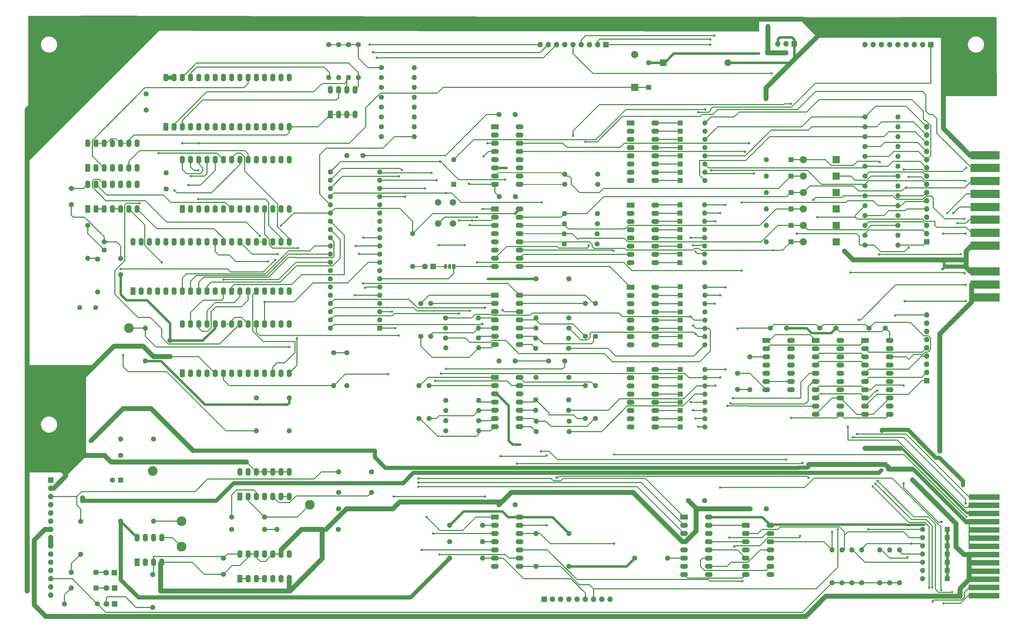
<source format=gbl>
G04 #@! TF.GenerationSoftware,KiCad,Pcbnew,6.0.5-a6ca702e91~116~ubuntu20.04.1*
G04 #@! TF.CreationDate,2022-08-26T23:18:17-04:00*
G04 #@! TF.ProjectId,gp-mpu,67702d6d-7075-42e6-9b69-6361645f7063,rev?*
G04 #@! TF.SameCoordinates,Original*
G04 #@! TF.FileFunction,Copper,L2,Bot*
G04 #@! TF.FilePolarity,Positive*
%FSLAX46Y46*%
G04 Gerber Fmt 4.6, Leading zero omitted, Abs format (unit mm)*
G04 Created by KiCad (PCBNEW 6.0.5-a6ca702e91~116~ubuntu20.04.1) date 2022-08-26 23:18:17*
%MOMM*%
%LPD*%
G01*
G04 APERTURE LIST*
G04 #@! TA.AperFunction,ComponentPad*
%ADD10R,1.600000X1.600000*%
G04 #@! TD*
G04 #@! TA.AperFunction,ComponentPad*
%ADD11O,1.600000X1.600000*%
G04 #@! TD*
G04 #@! TA.AperFunction,ComponentPad*
%ADD12C,1.600000*%
G04 #@! TD*
G04 #@! TA.AperFunction,ComponentPad*
%ADD13R,1.600000X2.400000*%
G04 #@! TD*
G04 #@! TA.AperFunction,ComponentPad*
%ADD14O,1.600000X2.400000*%
G04 #@! TD*
G04 #@! TA.AperFunction,ComponentPad*
%ADD15R,1.700000X1.700000*%
G04 #@! TD*
G04 #@! TA.AperFunction,ComponentPad*
%ADD16O,1.700000X1.700000*%
G04 #@! TD*
G04 #@! TA.AperFunction,ComponentPad*
%ADD17C,3.000000*%
G04 #@! TD*
G04 #@! TA.AperFunction,ComponentPad*
%ADD18R,2.200000X2.200000*%
G04 #@! TD*
G04 #@! TA.AperFunction,ComponentPad*
%ADD19O,2.200000X2.200000*%
G04 #@! TD*
G04 #@! TA.AperFunction,ComponentPad*
%ADD20R,1.800000X1.800000*%
G04 #@! TD*
G04 #@! TA.AperFunction,ComponentPad*
%ADD21C,1.800000*%
G04 #@! TD*
G04 #@! TA.AperFunction,ComponentPad*
%ADD22R,2.400000X1.600000*%
G04 #@! TD*
G04 #@! TA.AperFunction,ComponentPad*
%ADD23O,2.400000X1.600000*%
G04 #@! TD*
G04 #@! TA.AperFunction,ComponentPad*
%ADD24C,2.000000*%
G04 #@! TD*
G04 #@! TA.AperFunction,ComponentPad*
%ADD25R,1.050000X1.500000*%
G04 #@! TD*
G04 #@! TA.AperFunction,ComponentPad*
%ADD26O,1.050000X1.500000*%
G04 #@! TD*
G04 #@! TA.AperFunction,ComponentPad*
%ADD27R,2.100000X2.100000*%
G04 #@! TD*
G04 #@! TA.AperFunction,ComponentPad*
%ADD28C,2.100000*%
G04 #@! TD*
G04 #@! TA.AperFunction,ConnectorPad*
%ADD29R,9.525000X1.780000*%
G04 #@! TD*
G04 #@! TA.AperFunction,ConnectorPad*
%ADD30R,9.000000X2.500000*%
G04 #@! TD*
G04 #@! TA.AperFunction,ComponentPad*
%ADD31C,1.500000*%
G04 #@! TD*
G04 #@! TA.AperFunction,ViaPad*
%ADD32C,0.762000*%
G04 #@! TD*
G04 #@! TA.AperFunction,ViaPad*
%ADD33C,0.685800*%
G04 #@! TD*
G04 #@! TA.AperFunction,Conductor*
%ADD34C,0.304800*%
G04 #@! TD*
G04 #@! TA.AperFunction,Conductor*
%ADD35C,0.254000*%
G04 #@! TD*
G04 #@! TA.AperFunction,Conductor*
%ADD36C,1.524000*%
G04 #@! TD*
G04 #@! TA.AperFunction,Conductor*
%ADD37C,0.762000*%
G04 #@! TD*
G04 #@! TA.AperFunction,Conductor*
%ADD38C,1.270000*%
G04 #@! TD*
G04 #@! TA.AperFunction,Conductor*
%ADD39C,0.152400*%
G04 #@! TD*
G04 APERTURE END LIST*
D10*
X203200000Y-73710800D03*
D11*
X210820000Y-73710800D03*
D12*
X152345000Y-153665000D03*
X147345000Y-153665000D03*
D13*
X44445000Y-36835000D03*
D14*
X46985000Y-36835000D03*
X49525000Y-36835000D03*
X52065000Y-36835000D03*
X54605000Y-36835000D03*
X57145000Y-36835000D03*
X59685000Y-36835000D03*
X62225000Y-36835000D03*
X64765000Y-36835000D03*
X67305000Y-36835000D03*
X69845000Y-36835000D03*
X72385000Y-36835000D03*
X74925000Y-36835000D03*
X77465000Y-36835000D03*
X80005000Y-36835000D03*
X82545000Y-36835000D03*
X82545000Y-21595000D03*
X80005000Y-21595000D03*
X77465000Y-21595000D03*
X74925000Y-21595000D03*
X72385000Y-21595000D03*
X69845000Y-21595000D03*
X67305000Y-21595000D03*
X64765000Y-21595000D03*
X62225000Y-21595000D03*
X59685000Y-21595000D03*
X57145000Y-21595000D03*
X54605000Y-21595000D03*
X52065000Y-21595000D03*
X49525000Y-21595000D03*
X46985000Y-21595000D03*
X44445000Y-21595000D03*
D10*
X203327000Y-124587000D03*
D11*
X210947000Y-124587000D03*
D12*
X270510000Y-67310000D03*
D11*
X260350000Y-67310000D03*
D12*
X97745000Y-161290000D03*
X92745000Y-161290000D03*
D13*
X67300000Y-176545000D03*
D14*
X69840000Y-176545000D03*
X72380000Y-176545000D03*
X74920000Y-176545000D03*
X77460000Y-176545000D03*
X80000000Y-176545000D03*
X82540000Y-176545000D03*
X82540000Y-168925000D03*
X80000000Y-168925000D03*
X77460000Y-168925000D03*
X74920000Y-168925000D03*
X72380000Y-168925000D03*
X69840000Y-168925000D03*
X67300000Y-168925000D03*
D15*
X279400000Y-115316000D03*
D16*
X279400000Y-112776000D03*
X279400000Y-110236000D03*
X279400000Y-107696000D03*
X279400000Y-105156000D03*
X279400000Y-102616000D03*
X279400000Y-100076000D03*
X279400000Y-97536000D03*
X279400000Y-94996000D03*
D12*
X40635000Y-133350000D03*
D11*
X30475000Y-133350000D03*
D17*
X88895000Y-153670000D03*
D12*
X88895000Y-161290000D03*
D11*
X78735000Y-161290000D03*
D12*
X125715000Y-126995000D03*
D11*
X125715000Y-116835000D03*
D12*
X23368000Y-77724000D03*
D11*
X23368000Y-87884000D03*
D10*
X285750000Y-171450000D03*
D11*
X278130000Y-171450000D03*
D10*
X285750000Y-161290000D03*
D11*
X278130000Y-161290000D03*
D18*
X251460000Y-57150000D03*
D19*
X241300000Y-57150000D03*
D12*
X270510000Y-64262000D03*
D11*
X260350000Y-64262000D03*
D12*
X264922000Y-177800000D03*
D11*
X264922000Y-167640000D03*
D20*
X28656200Y-184353200D03*
D21*
X26116200Y-184353200D03*
D12*
X177698400Y-66852800D03*
D11*
X167538400Y-66852800D03*
D12*
X130860800Y-121412000D03*
D11*
X141020800Y-121412000D03*
D22*
X146035000Y-157475000D03*
D23*
X146035000Y-160015000D03*
X146035000Y-162555000D03*
X146035000Y-165095000D03*
X146035000Y-167635000D03*
X146035000Y-170175000D03*
X146035000Y-172715000D03*
X153655000Y-172715000D03*
X153655000Y-170175000D03*
X153655000Y-167635000D03*
X153655000Y-165095000D03*
X153655000Y-162555000D03*
X153655000Y-160015000D03*
X153655000Y-157475000D03*
D12*
X82545000Y-130810000D03*
D11*
X72385000Y-130810000D03*
D12*
X30475000Y-82550000D03*
X30475000Y-77550000D03*
D10*
X203327000Y-40767000D03*
D11*
X210947000Y-40767000D03*
D22*
X229855000Y-102865000D03*
D23*
X229855000Y-105405000D03*
X229855000Y-107945000D03*
X229855000Y-110485000D03*
X229855000Y-113025000D03*
X229855000Y-115565000D03*
X229855000Y-118105000D03*
X237475000Y-118105000D03*
X237475000Y-115565000D03*
X237475000Y-113025000D03*
X237475000Y-110485000D03*
X237475000Y-107945000D03*
X237475000Y-105405000D03*
X237475000Y-102865000D03*
D22*
X204455000Y-157495000D03*
D23*
X204455000Y-160035000D03*
X204455000Y-162575000D03*
X204455000Y-165115000D03*
X204455000Y-167655000D03*
X204455000Y-170195000D03*
X204455000Y-172735000D03*
X204455000Y-175275000D03*
X212075000Y-175275000D03*
X212075000Y-172735000D03*
X212075000Y-170195000D03*
X212075000Y-167655000D03*
X212075000Y-165115000D03*
X212075000Y-162575000D03*
X212075000Y-160035000D03*
X212075000Y-157495000D03*
D12*
X132080000Y-170180000D03*
D11*
X142240000Y-170180000D03*
D13*
X20310000Y-49545000D03*
D14*
X22850000Y-49545000D03*
X25390000Y-49545000D03*
X27930000Y-49545000D03*
X30470000Y-49545000D03*
X33010000Y-49545000D03*
X35550000Y-49545000D03*
X35550000Y-41925000D03*
X33010000Y-41925000D03*
X30470000Y-41925000D03*
X27930000Y-41925000D03*
X25390000Y-41925000D03*
X22850000Y-41925000D03*
X20310000Y-41925000D03*
D12*
X20315000Y-67310000D03*
D11*
X20315000Y-77470000D03*
D12*
X64765000Y-161290000D03*
D11*
X74925000Y-161290000D03*
D12*
X44577000Y-51094000D03*
X44577000Y-56094000D03*
X110998000Y-33782000D03*
D11*
X121158000Y-33782000D03*
D24*
X128560000Y-66750000D03*
X128560000Y-60250000D03*
X133060000Y-66750000D03*
X133060000Y-60250000D03*
D12*
X120650000Y-69850000D03*
D11*
X120650000Y-80010000D03*
D10*
X203327000Y-96647000D03*
D11*
X210947000Y-96647000D03*
D12*
X130860800Y-130860800D03*
D11*
X141020800Y-130860800D03*
D20*
X28605400Y-179425600D03*
D21*
X26065400Y-179425600D03*
D10*
X285750000Y-176530000D03*
D11*
X278130000Y-176530000D03*
D10*
X203200000Y-78841600D03*
D11*
X210820000Y-78841600D03*
D10*
X203200000Y-63500000D03*
D11*
X210820000Y-63500000D03*
D12*
X210805000Y-152415000D03*
X205805000Y-152415000D03*
D25*
X133350000Y-80010000D03*
D26*
X132080000Y-80010000D03*
X130810000Y-80010000D03*
D10*
X203200000Y-71120000D03*
D11*
X210820000Y-71120000D03*
D10*
X203327000Y-116967000D03*
D11*
X210947000Y-116967000D03*
D12*
X107950000Y-143510000D03*
D11*
X97790000Y-143510000D03*
D12*
X110998000Y-27686000D03*
D11*
X121158000Y-27686000D03*
D10*
X203327000Y-94107000D03*
D11*
X210947000Y-94107000D03*
D10*
X203200000Y-68580000D03*
D11*
X210820000Y-68580000D03*
D17*
X33015000Y-99060000D03*
D15*
X280660000Y-11430000D03*
D16*
X278120000Y-11430000D03*
X275580000Y-11430000D03*
X273040000Y-11430000D03*
X270500000Y-11430000D03*
X267960000Y-11430000D03*
X265420000Y-11430000D03*
X262880000Y-11430000D03*
X260340000Y-11430000D03*
D13*
X49535000Y-62210000D03*
D14*
X52075000Y-62210000D03*
X54615000Y-62210000D03*
X57155000Y-62210000D03*
X59695000Y-62210000D03*
X62235000Y-62210000D03*
X64775000Y-62210000D03*
X67315000Y-62210000D03*
X69855000Y-62210000D03*
X72395000Y-62210000D03*
X74935000Y-62210000D03*
X77475000Y-62210000D03*
X80015000Y-62210000D03*
X82555000Y-62210000D03*
X82555000Y-46970000D03*
X80015000Y-46970000D03*
X77475000Y-46970000D03*
X74935000Y-46970000D03*
X72395000Y-46970000D03*
X69855000Y-46970000D03*
X67315000Y-46970000D03*
X64775000Y-46970000D03*
X62235000Y-46970000D03*
X59695000Y-46970000D03*
X57155000Y-46970000D03*
X54615000Y-46970000D03*
X52075000Y-46970000D03*
X49535000Y-46970000D03*
D10*
X203200000Y-60960000D03*
D11*
X210820000Y-60960000D03*
D10*
X285750000Y-173990000D03*
D11*
X278130000Y-173990000D03*
D12*
X260350000Y-42926000D03*
D11*
X270510000Y-42926000D03*
D12*
X132080000Y-160020000D03*
D11*
X142240000Y-160020000D03*
D27*
X198038914Y-17018000D03*
D28*
X218038914Y-17018000D03*
D12*
X100838000Y-11430000D03*
D11*
X100838000Y-21590000D03*
D12*
X177698400Y-63703200D03*
D11*
X167538400Y-63703200D03*
D12*
X260350000Y-55118000D03*
D11*
X270510000Y-55118000D03*
D20*
X127000000Y-80010000D03*
D21*
X124460000Y-80010000D03*
D10*
X110490000Y-99055000D03*
D11*
X110490000Y-96515000D03*
X110490000Y-93975000D03*
X110490000Y-91435000D03*
X110490000Y-88895000D03*
X110490000Y-86355000D03*
X110490000Y-83815000D03*
X110490000Y-81275000D03*
X110490000Y-78735000D03*
X110490000Y-76195000D03*
X110490000Y-73655000D03*
X110490000Y-71115000D03*
X110490000Y-68575000D03*
X110490000Y-66035000D03*
X110490000Y-63495000D03*
X110490000Y-60955000D03*
X110490000Y-58415000D03*
X110490000Y-55875000D03*
X110490000Y-53335000D03*
X110490000Y-50795000D03*
X95250000Y-50795000D03*
X95250000Y-53335000D03*
X95250000Y-55875000D03*
X95250000Y-58415000D03*
X95250000Y-60955000D03*
X95250000Y-63495000D03*
X95250000Y-66035000D03*
X95250000Y-68575000D03*
X95250000Y-71115000D03*
X95250000Y-73655000D03*
X95250000Y-76195000D03*
X95250000Y-78735000D03*
X95250000Y-81275000D03*
X95250000Y-83815000D03*
X95250000Y-86355000D03*
X95250000Y-88895000D03*
X95250000Y-91435000D03*
X95250000Y-93975000D03*
X95250000Y-96515000D03*
X95250000Y-99055000D03*
D18*
X251460000Y-46990000D03*
D19*
X241300000Y-46990000D03*
D13*
X67300000Y-151145000D03*
D14*
X69840000Y-151145000D03*
X72380000Y-151145000D03*
X74920000Y-151145000D03*
X77460000Y-151145000D03*
X80000000Y-151145000D03*
X82540000Y-151145000D03*
X82540000Y-143525000D03*
X80000000Y-143525000D03*
X77460000Y-143525000D03*
X74920000Y-143525000D03*
X72380000Y-143525000D03*
X69840000Y-143525000D03*
X67300000Y-143525000D03*
D10*
X133350000Y-54610000D03*
D11*
X133350000Y-46990000D03*
D12*
X220980000Y-118070000D03*
X220980000Y-113070000D03*
X130860800Y-124561600D03*
D11*
X141020800Y-124561600D03*
D20*
X28554600Y-174650400D03*
D21*
X26014600Y-174650400D03*
D12*
X168910000Y-99060000D03*
D11*
X158750000Y-99060000D03*
D12*
X130860800Y-105206800D03*
D11*
X141020800Y-105206800D03*
D12*
X260350000Y-52070000D03*
D11*
X270510000Y-52070000D03*
D12*
X168960800Y-131064000D03*
D11*
X158800800Y-131064000D03*
D12*
X110998000Y-24638000D03*
D11*
X121158000Y-24638000D03*
D10*
X203327000Y-43307000D03*
D11*
X210947000Y-43307000D03*
D12*
X168808400Y-102209600D03*
D11*
X158648400Y-102209600D03*
D10*
X203327000Y-88900000D03*
D11*
X210947000Y-88900000D03*
D22*
X260335000Y-102875000D03*
D23*
X260335000Y-105415000D03*
X260335000Y-107955000D03*
X260335000Y-110495000D03*
X260335000Y-113035000D03*
X260335000Y-115575000D03*
X260335000Y-118115000D03*
X260335000Y-120655000D03*
X260335000Y-123195000D03*
X260335000Y-125735000D03*
X267955000Y-125735000D03*
X267955000Y-123195000D03*
X267955000Y-120655000D03*
X267955000Y-118115000D03*
X267955000Y-115575000D03*
X267955000Y-113035000D03*
X267955000Y-110495000D03*
X267955000Y-107955000D03*
X267955000Y-105415000D03*
X267955000Y-102875000D03*
D12*
X97790000Y-149860000D03*
D11*
X107950000Y-149860000D03*
D12*
X18084800Y-158851600D03*
D11*
X18084800Y-169011600D03*
D13*
X20310000Y-62245000D03*
D14*
X22850000Y-62245000D03*
X25390000Y-62245000D03*
X27930000Y-62245000D03*
X30470000Y-62245000D03*
X33010000Y-62245000D03*
X35550000Y-62245000D03*
X35550000Y-54625000D03*
X33010000Y-54625000D03*
X30470000Y-54625000D03*
X27930000Y-54625000D03*
X25390000Y-54625000D03*
X22850000Y-54625000D03*
X20310000Y-54625000D03*
D12*
X168910000Y-172720000D03*
D11*
X158750000Y-172720000D03*
D10*
X203327000Y-35687000D03*
D11*
X210947000Y-35687000D03*
D18*
X251460000Y-52070000D03*
D19*
X241300000Y-52070000D03*
D12*
X130810000Y-102108000D03*
D11*
X140970000Y-102108000D03*
D12*
X110998000Y-36830000D03*
D11*
X121158000Y-36830000D03*
D12*
X15235000Y-55880000D03*
X15235000Y-60880000D03*
D18*
X189230000Y-24638000D03*
D19*
X189230000Y-14478000D03*
D12*
X256286000Y-177800000D03*
D11*
X256286000Y-167640000D03*
D12*
X259334000Y-177800000D03*
D11*
X259334000Y-167640000D03*
D12*
X267970000Y-177800000D03*
D11*
X267970000Y-167640000D03*
D12*
X168910000Y-162560000D03*
D11*
X158750000Y-162560000D03*
D12*
X177800000Y-54610000D03*
D11*
X167640000Y-54610000D03*
D10*
X203327000Y-129667000D03*
D11*
X210947000Y-129667000D03*
D12*
X152360000Y-33020000D03*
X147360000Y-33020000D03*
X38354000Y-26710000D03*
X38354000Y-31710000D03*
X100325000Y-106680000D03*
D11*
X100325000Y-116840000D03*
D12*
X168859200Y-105359200D03*
D11*
X158699200Y-105359200D03*
D12*
X122580400Y-127050800D03*
D11*
X122580400Y-116890800D03*
D10*
X203327000Y-127127000D03*
D11*
X210947000Y-127127000D03*
D15*
X161285000Y-182880000D03*
D16*
X163825000Y-182880000D03*
X166365000Y-182880000D03*
X168905000Y-182880000D03*
X171445000Y-182880000D03*
X173985000Y-182880000D03*
X176525000Y-182880000D03*
X179065000Y-182880000D03*
X181605000Y-182880000D03*
D12*
X260350000Y-70358000D03*
D11*
X270510000Y-70358000D03*
D12*
X96275000Y-106680000D03*
D11*
X96275000Y-116840000D03*
D12*
X168910000Y-95961200D03*
D11*
X158750000Y-95961200D03*
D12*
X30475000Y-138430000D03*
X25475000Y-138430000D03*
D22*
X245095000Y-102875000D03*
D23*
X245095000Y-105415000D03*
X245095000Y-107955000D03*
X245095000Y-110495000D03*
X245095000Y-113035000D03*
X245095000Y-115575000D03*
X245095000Y-118115000D03*
X245095000Y-120655000D03*
X245095000Y-123195000D03*
X245095000Y-125735000D03*
X252715000Y-125735000D03*
X252715000Y-123195000D03*
X252715000Y-120655000D03*
X252715000Y-118115000D03*
X252715000Y-115575000D03*
X252715000Y-113035000D03*
X252715000Y-110495000D03*
X252715000Y-107955000D03*
X252715000Y-105415000D03*
X252715000Y-102875000D03*
D10*
X203200000Y-66040000D03*
D11*
X210820000Y-66040000D03*
D12*
X110998000Y-18542000D03*
D11*
X121158000Y-18542000D03*
D22*
X146035000Y-36845000D03*
D23*
X146035000Y-39385000D03*
X146035000Y-41925000D03*
X146035000Y-44465000D03*
X146035000Y-47005000D03*
X146035000Y-49545000D03*
X146035000Y-52085000D03*
X146035000Y-54625000D03*
X153655000Y-54625000D03*
X153655000Y-52085000D03*
X153655000Y-49545000D03*
X153655000Y-47005000D03*
X153655000Y-44465000D03*
X153655000Y-41925000D03*
X153655000Y-39385000D03*
X153655000Y-36845000D03*
D12*
X100370000Y-45720000D03*
X105370000Y-45720000D03*
D10*
X193548000Y-24638000D03*
D11*
X193548000Y-17018000D03*
D22*
X146035000Y-114295000D03*
D23*
X146035000Y-116835000D03*
X146035000Y-119375000D03*
X146035000Y-121915000D03*
X146035000Y-124455000D03*
X146035000Y-126995000D03*
X146035000Y-129535000D03*
X153655000Y-129535000D03*
X153655000Y-126995000D03*
X153655000Y-124455000D03*
X153655000Y-121915000D03*
X153655000Y-119375000D03*
X153655000Y-116835000D03*
X153655000Y-114295000D03*
D12*
X40386000Y-175260000D03*
D11*
X40386000Y-185420000D03*
D13*
X34290000Y-87635000D03*
D14*
X36830000Y-87635000D03*
X39370000Y-87635000D03*
X41910000Y-87635000D03*
X44450000Y-87635000D03*
X46990000Y-87635000D03*
X49530000Y-87635000D03*
X52070000Y-87635000D03*
X54610000Y-87635000D03*
X57150000Y-87635000D03*
X59690000Y-87635000D03*
X62230000Y-87635000D03*
X64770000Y-87635000D03*
X67310000Y-87635000D03*
X69850000Y-87635000D03*
X72390000Y-87635000D03*
X74930000Y-87635000D03*
X77470000Y-87635000D03*
X80010000Y-87635000D03*
X82550000Y-87635000D03*
X82550000Y-72395000D03*
X80010000Y-72395000D03*
X77470000Y-72395000D03*
X74930000Y-72395000D03*
X72390000Y-72395000D03*
X69850000Y-72395000D03*
X67310000Y-72395000D03*
X64770000Y-72395000D03*
X62230000Y-72395000D03*
X59690000Y-72395000D03*
X57150000Y-72395000D03*
X54610000Y-72395000D03*
X52070000Y-72395000D03*
X49530000Y-72395000D03*
X46990000Y-72395000D03*
X44450000Y-72395000D03*
X41910000Y-72395000D03*
X39370000Y-72395000D03*
X36830000Y-72395000D03*
X34290000Y-72395000D03*
D12*
X25395000Y-74930000D03*
X25395000Y-72430000D03*
D10*
X203327000Y-38227000D03*
D11*
X210947000Y-38227000D03*
D10*
X237490000Y-72390000D03*
D11*
X229870000Y-72390000D03*
D12*
X260350000Y-33782000D03*
D11*
X270510000Y-33782000D03*
D10*
X203327000Y-122047000D03*
D11*
X210947000Y-122047000D03*
D10*
X203327000Y-111887000D03*
D11*
X210947000Y-111887000D03*
D10*
X203327000Y-91567000D03*
D11*
X210947000Y-91567000D03*
D12*
X168960800Y-127863600D03*
D11*
X158800800Y-127863600D03*
D12*
X64765000Y-157480000D03*
D11*
X74925000Y-157480000D03*
D12*
X177647600Y-69951600D03*
D11*
X167487600Y-69951600D03*
D12*
X130810000Y-95961200D03*
D11*
X140970000Y-95961200D03*
D12*
X177800000Y-51460400D03*
D11*
X167640000Y-51460400D03*
D29*
X297130200Y-181827200D03*
X297130200Y-179287200D03*
X297130200Y-176747200D03*
X297168300Y-174258000D03*
X297130200Y-171667200D03*
X297130200Y-169127200D03*
X297130200Y-166587200D03*
X297130200Y-164047200D03*
X297130200Y-161507200D03*
X297130200Y-158967200D03*
X297130200Y-156427200D03*
X297130200Y-153887200D03*
X297142900Y-151321800D03*
D12*
X141020800Y-127711200D03*
D11*
X130860800Y-127711200D03*
D22*
X187960000Y-111887000D03*
D23*
X187960000Y-114427000D03*
X187960000Y-116967000D03*
X187960000Y-119507000D03*
X187960000Y-122047000D03*
X187960000Y-124587000D03*
X187960000Y-127127000D03*
X187960000Y-129667000D03*
X195580000Y-129667000D03*
X195580000Y-127127000D03*
X195580000Y-124587000D03*
X195580000Y-122047000D03*
X195580000Y-119507000D03*
X195580000Y-116967000D03*
X195580000Y-114427000D03*
X195580000Y-111887000D03*
D12*
X250190000Y-177800000D03*
D11*
X250190000Y-167640000D03*
D12*
X260350000Y-49022000D03*
D11*
X270510000Y-49022000D03*
D10*
X203327000Y-50927000D03*
D11*
X210947000Y-50927000D03*
D12*
X168859200Y-124460000D03*
D11*
X158699200Y-124460000D03*
D10*
X22860000Y-179425600D03*
D11*
X15240000Y-179425600D03*
D22*
X146035000Y-88895000D03*
D23*
X146035000Y-91435000D03*
X146035000Y-93975000D03*
X146035000Y-96515000D03*
X146035000Y-99055000D03*
X146035000Y-101595000D03*
X146035000Y-104135000D03*
X153655000Y-104135000D03*
X153655000Y-101595000D03*
X153655000Y-99055000D03*
X153655000Y-96515000D03*
X153655000Y-93975000D03*
X153655000Y-91435000D03*
X153655000Y-88895000D03*
D12*
X110998000Y-39878000D03*
D11*
X121158000Y-39878000D03*
D12*
X173975000Y-126995000D03*
D11*
X173975000Y-116835000D03*
D12*
X110998000Y-21590000D03*
D11*
X121158000Y-21590000D03*
D10*
X22860000Y-174599600D03*
D11*
X15240000Y-174599600D03*
D12*
X251405000Y-99060000D03*
X246405000Y-99060000D03*
D10*
X203327000Y-48387000D03*
D11*
X210947000Y-48387000D03*
D10*
X203327000Y-53467000D03*
D11*
X210947000Y-53467000D03*
D12*
X177088800Y-127050800D03*
D11*
X177088800Y-116890800D03*
D10*
X237490000Y-57150000D03*
D11*
X229870000Y-57150000D03*
D30*
X297475000Y-89564000D03*
X297475000Y-85614000D03*
X297475000Y-81564000D03*
X297475000Y-73564000D03*
X297475000Y-69614000D03*
X297475000Y-65564000D03*
X297475000Y-61614000D03*
X297475000Y-57564000D03*
X297475000Y-53614000D03*
X297475000Y-49564000D03*
X297475000Y-45614000D03*
D10*
X203200000Y-76250800D03*
D11*
X210820000Y-76250800D03*
D12*
X132080000Y-165100000D03*
D11*
X142240000Y-165100000D03*
D31*
X17865000Y-92680000D03*
X22765000Y-92680000D03*
D18*
X251460000Y-72390000D03*
D19*
X241300000Y-72390000D03*
D12*
X173975000Y-101600000D03*
D11*
X173975000Y-91440000D03*
D12*
X30485000Y-158765000D03*
D11*
X40645000Y-158765000D03*
D12*
X260350000Y-39878000D03*
D11*
X270510000Y-39878000D03*
D10*
X203327000Y-119507000D03*
D11*
X210947000Y-119507000D03*
D12*
X126238000Y-101600000D03*
D11*
X126238000Y-91440000D03*
D10*
X237490000Y-52070000D03*
D11*
X229870000Y-52070000D03*
D12*
X158735000Y-83820000D03*
D11*
X168895000Y-83820000D03*
D12*
X260350000Y-36830000D03*
D11*
X270510000Y-36830000D03*
D10*
X285750000Y-168910000D03*
D11*
X278130000Y-168910000D03*
D10*
X237490000Y-67310000D03*
D11*
X229870000Y-67310000D03*
D12*
X123175000Y-101600000D03*
D11*
X123175000Y-91440000D03*
D22*
X187960000Y-61087000D03*
D23*
X187960000Y-63627000D03*
X187960000Y-66167000D03*
X187960000Y-68707000D03*
X187960000Y-71247000D03*
X187960000Y-73787000D03*
X187960000Y-76327000D03*
X187960000Y-78867000D03*
X195580000Y-78867000D03*
X195580000Y-76327000D03*
X195580000Y-73787000D03*
X195580000Y-71247000D03*
X195580000Y-68707000D03*
X195580000Y-66167000D03*
X195580000Y-63627000D03*
X195580000Y-61087000D03*
D12*
X97795000Y-11430000D03*
D11*
X97795000Y-21590000D03*
D13*
X35565000Y-171465000D03*
D14*
X38105000Y-171465000D03*
X40645000Y-171465000D03*
X43185000Y-171465000D03*
X43185000Y-163845000D03*
X40645000Y-163845000D03*
X38105000Y-163845000D03*
X35565000Y-163845000D03*
D22*
X187960000Y-86487000D03*
D23*
X187960000Y-89027000D03*
X187960000Y-91567000D03*
X187960000Y-94107000D03*
X187960000Y-96647000D03*
X187960000Y-99187000D03*
X187960000Y-101727000D03*
X187960000Y-104267000D03*
X195580000Y-104267000D03*
X195580000Y-101727000D03*
X195580000Y-99187000D03*
X195580000Y-96647000D03*
X195580000Y-94107000D03*
X195580000Y-91567000D03*
X195580000Y-89027000D03*
X195580000Y-86487000D03*
D12*
X260350000Y-73406000D03*
D11*
X270510000Y-73406000D03*
D12*
X94742000Y-11430000D03*
D11*
X94742000Y-21590000D03*
D12*
X38095000Y-109220000D03*
D11*
X38095000Y-99060000D03*
D17*
X49276000Y-158750000D03*
D13*
X95255000Y-33035000D03*
D14*
X97795000Y-33035000D03*
X100335000Y-33035000D03*
X102875000Y-33035000D03*
X102875000Y-25415000D03*
X100335000Y-25415000D03*
X97795000Y-25415000D03*
X95255000Y-25415000D03*
D12*
X62225000Y-170180000D03*
X62225000Y-175180000D03*
D10*
X203327000Y-104267000D03*
D11*
X210947000Y-104267000D03*
D15*
X8885000Y-146055000D03*
D16*
X8885000Y-148595000D03*
X8885000Y-151135000D03*
X8885000Y-153675000D03*
X8885000Y-156215000D03*
X8885000Y-158755000D03*
X8885000Y-161295000D03*
X8885000Y-163835000D03*
X8885000Y-166375000D03*
X8885000Y-168915000D03*
X8885000Y-171455000D03*
X8885000Y-173995000D03*
X8885000Y-176535000D03*
X8885000Y-179075000D03*
X8885000Y-181615000D03*
D10*
X203327000Y-114427000D03*
D11*
X210947000Y-114427000D03*
D12*
X177647600Y-73101200D03*
D11*
X167487600Y-73101200D03*
D12*
X103886000Y-11430000D03*
D11*
X103886000Y-21590000D03*
D12*
X167625000Y-109215000D03*
X162625000Y-109215000D03*
D22*
X187960000Y-35687000D03*
D23*
X187960000Y-38227000D03*
X187960000Y-40767000D03*
X187960000Y-43307000D03*
X187960000Y-45847000D03*
X187960000Y-48387000D03*
X187960000Y-50927000D03*
X187960000Y-53467000D03*
X195580000Y-53467000D03*
X195580000Y-50927000D03*
X195580000Y-48387000D03*
X195580000Y-45847000D03*
X195580000Y-43307000D03*
X195580000Y-40767000D03*
X195580000Y-38227000D03*
X195580000Y-35687000D03*
D10*
X30475000Y-146050000D03*
D12*
X27975000Y-146050000D03*
X177139600Y-101600000D03*
D11*
X177139600Y-91440000D03*
D12*
X72385000Y-120650000D03*
D11*
X82545000Y-120650000D03*
D22*
X146035000Y-62245000D03*
D23*
X146035000Y-64785000D03*
X146035000Y-67325000D03*
X146035000Y-69865000D03*
X146035000Y-72405000D03*
X146035000Y-74945000D03*
X146035000Y-77485000D03*
X146035000Y-80025000D03*
X153655000Y-80025000D03*
X153655000Y-77485000D03*
X153655000Y-74945000D03*
X153655000Y-72405000D03*
X153655000Y-69865000D03*
X153655000Y-67325000D03*
X153655000Y-64785000D03*
X153655000Y-62245000D03*
D12*
X260350000Y-45974000D03*
D11*
X270510000Y-45974000D03*
D10*
X237490000Y-46990000D03*
D11*
X229870000Y-46990000D03*
D12*
X97790000Y-154940000D03*
D11*
X107950000Y-154940000D03*
D15*
X279400000Y-72385000D03*
D16*
X279400000Y-69845000D03*
X279400000Y-67305000D03*
X279400000Y-64765000D03*
X279400000Y-62225000D03*
X279400000Y-59685000D03*
X279400000Y-57145000D03*
X279400000Y-54605000D03*
X279400000Y-52065000D03*
X279400000Y-49525000D03*
X279400000Y-46985000D03*
X279400000Y-44445000D03*
X279400000Y-41905000D03*
X279400000Y-39365000D03*
X279400000Y-36825000D03*
D15*
X238506000Y-11176000D03*
D16*
X235966000Y-11176000D03*
X233426000Y-11176000D03*
D12*
X168895000Y-114295000D03*
D11*
X158735000Y-114295000D03*
D13*
X49510000Y-113035000D03*
D14*
X52050000Y-113035000D03*
X54590000Y-113035000D03*
X57130000Y-113035000D03*
X59670000Y-113035000D03*
X62210000Y-113035000D03*
X64750000Y-113035000D03*
X67290000Y-113035000D03*
X69830000Y-113035000D03*
X72370000Y-113035000D03*
X74910000Y-113035000D03*
X77450000Y-113035000D03*
X79990000Y-113035000D03*
X82530000Y-113035000D03*
X82530000Y-97795000D03*
X79990000Y-97795000D03*
X77450000Y-97795000D03*
X74910000Y-97795000D03*
X72370000Y-97795000D03*
X69830000Y-97795000D03*
X67290000Y-97795000D03*
X64750000Y-97795000D03*
X62210000Y-97795000D03*
X59670000Y-97795000D03*
X57130000Y-97795000D03*
X54590000Y-97795000D03*
X52050000Y-97795000D03*
X49510000Y-97795000D03*
D12*
X266645000Y-99065000D03*
X261645000Y-99065000D03*
X23266400Y-184302400D03*
D11*
X13106400Y-184302400D03*
D12*
X110998000Y-30734000D03*
D11*
X121158000Y-30734000D03*
D17*
X40386000Y-143256000D03*
D10*
X285750000Y-166370000D03*
D11*
X278130000Y-166370000D03*
D18*
X251460000Y-67310000D03*
D19*
X241300000Y-67310000D03*
D12*
X229870000Y-154940000D03*
X224870000Y-154940000D03*
X147345000Y-109220000D03*
X152345000Y-109220000D03*
D10*
X203327000Y-99187000D03*
D11*
X210947000Y-99187000D03*
D10*
X203327000Y-101727000D03*
D11*
X210947000Y-101727000D03*
D18*
X251460000Y-62230000D03*
D19*
X241300000Y-62230000D03*
D12*
X271018000Y-177800000D03*
D11*
X271018000Y-167640000D03*
D12*
X168859200Y-121259600D03*
D11*
X158699200Y-121259600D03*
D12*
X253238000Y-177800000D03*
D11*
X253238000Y-167640000D03*
D10*
X203327000Y-45847000D03*
D11*
X210947000Y-45847000D03*
D12*
X130795000Y-99060000D03*
D11*
X140955000Y-99060000D03*
D10*
X237490000Y-62230000D03*
D11*
X229870000Y-62230000D03*
D12*
X224790000Y-107950000D03*
D11*
X224790000Y-118110000D03*
D10*
X285750000Y-163830000D03*
D11*
X278130000Y-163830000D03*
D12*
X236165000Y-99055000D03*
X231165000Y-99055000D03*
D22*
X223520000Y-160020000D03*
D23*
X223520000Y-162560000D03*
X223520000Y-165100000D03*
X223520000Y-167640000D03*
X223520000Y-170180000D03*
X223520000Y-172720000D03*
X223520000Y-175260000D03*
X231140000Y-175260000D03*
X231140000Y-172720000D03*
X231140000Y-170180000D03*
X231140000Y-167640000D03*
X231140000Y-165100000D03*
X231140000Y-162560000D03*
X231140000Y-160020000D03*
D12*
X152400000Y-58420000D03*
X147400000Y-58420000D03*
D15*
X180325000Y-11430000D03*
D16*
X177785000Y-11430000D03*
X175245000Y-11430000D03*
X172705000Y-11430000D03*
X170165000Y-11430000D03*
X167625000Y-11430000D03*
X165085000Y-11430000D03*
X162545000Y-11430000D03*
X160005000Y-11430000D03*
D12*
X260350000Y-61214000D03*
D11*
X270510000Y-61214000D03*
D12*
X260350000Y-58166000D03*
D11*
X270510000Y-58166000D03*
D10*
X203327000Y-86309200D03*
D11*
X210947000Y-86309200D03*
D17*
X49276000Y-166624000D03*
D12*
X189230000Y-170195000D03*
D11*
X199390000Y-170195000D03*
D12*
X45715000Y-102910000D03*
X45715000Y-107910000D03*
D32*
X220980000Y-99212400D03*
X229870000Y-25654000D03*
X138049000Y-54483000D03*
X42819400Y-180345000D03*
X229870000Y-27940000D03*
X148463000Y-93472000D03*
X229768400Y-24790400D03*
X260335000Y-136209800D03*
X1630600Y-180345000D03*
X229870000Y-27178000D03*
X229870000Y-26416000D03*
X278536400Y-159841720D03*
X80010000Y-67437000D03*
X143891000Y-83947000D03*
X149621000Y-49545000D03*
X153873200Y-135077200D03*
X131013200Y-111709200D03*
X237490000Y-29718000D03*
X264922000Y-47778489D03*
X170180000Y-39624000D03*
X245618000Y-64770000D03*
X273050000Y-55626000D03*
X281076400Y-179222400D03*
X263601200Y-147167600D03*
X273812000Y-74168000D03*
D33*
X287236389Y-180708800D03*
D32*
X239268000Y-69850000D03*
X291358000Y-53614000D03*
X264261600Y-146304000D03*
X273812000Y-52324000D03*
X114808000Y-151130000D03*
X272288000Y-50038000D03*
X291626000Y-49564000D03*
X262737600Y-147980400D03*
X281228800Y-183540400D03*
X280162000Y-179374800D03*
X143002000Y-151130000D03*
D33*
X284530800Y-184200800D03*
X231952800Y-75031600D03*
X215595200Y-148336000D03*
X283870400Y-180086000D03*
D32*
X291084000Y-65278000D03*
X244348000Y-59436000D03*
X288925000Y-66675000D03*
X291465000Y-69850000D03*
X222504000Y-177292000D03*
X284480000Y-69850000D03*
X273456400Y-169926000D03*
X287655000Y-63500000D03*
X274650200Y-165735000D03*
X285750000Y-63500000D03*
X261328267Y-161290000D03*
X269697200Y-95148400D03*
X250190000Y-162052000D03*
X211023200Y-31546800D03*
X217297000Y-111887000D03*
X128727680Y-73456320D03*
X136728680Y-73456320D03*
X217297000Y-86487000D03*
X217297000Y-60960000D03*
X214122000Y-66040000D03*
X213995000Y-91567000D03*
X214122000Y-116840000D03*
X206502000Y-95504000D03*
X206502000Y-121920000D03*
X206502000Y-71120000D03*
X208026000Y-127000000D03*
X226060000Y-51308000D03*
X208026000Y-100838000D03*
X208026000Y-75438000D03*
X208915000Y-32385000D03*
X215646000Y-63500000D03*
X215646000Y-88900000D03*
X215646000Y-114300000D03*
X129336800Y-113131600D03*
X212852000Y-50292000D03*
X207264000Y-73500000D03*
X207264000Y-124460000D03*
X207264000Y-98298000D03*
X208788000Y-129540000D03*
X290576000Y-147828000D03*
X19304000Y-152781000D03*
X290068000Y-145796000D03*
X265493011Y-130848589D03*
X18542000Y-151130000D03*
X19304000Y-152019000D03*
X18542000Y-151892000D03*
X18542000Y-152654000D03*
X290576000Y-147066000D03*
X265328178Y-143052889D03*
X290576000Y-146354800D03*
X230378000Y-6858000D03*
X284226000Y-80822800D03*
X230378000Y-5334000D03*
X230886000Y-13970000D03*
X276606000Y-147574000D03*
X231648000Y-13970000D03*
X284734000Y-80264000D03*
X254000000Y-75285600D03*
X275590000Y-146558000D03*
X230378000Y-6096000D03*
X274980400Y-146100800D03*
X284683200Y-78028800D03*
X284734000Y-78740000D03*
X233172000Y-13970000D03*
X233934000Y-13970000D03*
X232410000Y-13970000D03*
X230174800Y-13817600D03*
X284734000Y-79502000D03*
X276098000Y-147066000D03*
X278892000Y-146304000D03*
X278384000Y-145796000D03*
X283464000Y-135382000D03*
X283464000Y-133858000D03*
X277876000Y-145288000D03*
X283464000Y-134620000D03*
X283464000Y-136144000D03*
X21336000Y-133858000D03*
X283464000Y-133096000D03*
X283464000Y-137058400D03*
X277520400Y-144627600D03*
X291084000Y-82169000D03*
X152908000Y-140970000D03*
X255905000Y-81915000D03*
X255016000Y-129540000D03*
X241046000Y-140716000D03*
X240284000Y-163322000D03*
X258445000Y-96520000D03*
X256540000Y-132842000D03*
X219964000Y-166624000D03*
X291465000Y-85725000D03*
X291465000Y-153289000D03*
X242874800Y-145288000D03*
X165100000Y-145288000D03*
X291465000Y-90805000D03*
X283972000Y-158967200D03*
X272669000Y-90805000D03*
X272288000Y-147066000D03*
X272288000Y-116840000D03*
X264668000Y-76301600D03*
X289915600Y-76200000D03*
X257810000Y-131826000D03*
X251968000Y-161290000D03*
X264160000Y-118364000D03*
X140573000Y-78724000D03*
X222250000Y-60198000D03*
X222250000Y-81280000D03*
X140573000Y-64754000D03*
X212598000Y-11430000D03*
X217881200Y-123139200D03*
X218821000Y-122351800D03*
X212598000Y-9804400D03*
X219532200Y-120726200D03*
X213868000Y-8636000D03*
X231444800Y-20320000D03*
X105410000Y-71120000D03*
X109524800Y-15494000D03*
X104038400Y-76149200D03*
X108407200Y-13766800D03*
X103022400Y-73660000D03*
X107391200Y-11430000D03*
X182880000Y-165735000D03*
D33*
X291642800Y-157429200D03*
D32*
X173990000Y-41529000D03*
D33*
X182880000Y-138125200D03*
D32*
X118364000Y-58420000D03*
X43180000Y-78740000D03*
X82530000Y-104882000D03*
X31242000Y-107442000D03*
X124460000Y-55880000D03*
X128016000Y-53340000D03*
X127635000Y-115316000D03*
X126492000Y-51054000D03*
X129159000Y-47625000D03*
X149225000Y-53213000D03*
X117335789Y-50177211D03*
X116459000Y-52197000D03*
X160528000Y-60198000D03*
X130970689Y-57310689D03*
X105316689Y-85250689D03*
X113157000Y-113284000D03*
X102768400Y-88900000D03*
X54483000Y-50292000D03*
X54483000Y-59182000D03*
X182626000Y-75184000D03*
X175006000Y-73533000D03*
X73494320Y-70523680D03*
X75946000Y-78486000D03*
X74930000Y-90932000D03*
X116332000Y-101346000D03*
X36322000Y-60452000D03*
X85191600Y-74320400D03*
X62230000Y-84074000D03*
X78994000Y-76200000D03*
X84950800Y-102235000D03*
X42164000Y-44958000D03*
X52197000Y-52070000D03*
X78232000Y-77978000D03*
X30480000Y-80772000D03*
X51422800Y-54864000D03*
X47117000Y-56515000D03*
X237475000Y-126832600D03*
X160274000Y-137160000D03*
X235970680Y-139695320D03*
X105918000Y-86614000D03*
X115316000Y-99060000D03*
X128938680Y-169070680D03*
X123444000Y-167640000D03*
X114300000Y-93980000D03*
X127005000Y-162555000D03*
X124973000Y-157475000D03*
X147828000Y-138684000D03*
X162052000Y-160020000D03*
X162052000Y-138430000D03*
X122428000Y-145542000D03*
X122428000Y-146812000D03*
X122428000Y-148082000D03*
X142621000Y-45974000D03*
X143002000Y-92710000D03*
X138303000Y-93726000D03*
X143749000Y-41925000D03*
X138303000Y-67183000D03*
X135001000Y-94602800D03*
X139065000Y-65786000D03*
X135001000Y-65786000D03*
X142240000Y-97790000D03*
X142255000Y-62245000D03*
X223266000Y-44577000D03*
X224521000Y-41925000D03*
X218440000Y-163830000D03*
X227584000Y-14173200D03*
X54610000Y-41910000D03*
X49530000Y-41910000D03*
D34*
X220980000Y-118070000D02*
X224750000Y-118070000D01*
X224750000Y-118070000D02*
X224790000Y-118110000D01*
X65684400Y-95758000D02*
X67793000Y-95758000D01*
D35*
X28991080Y-40446080D02*
X30470000Y-41925000D01*
D34*
X130810000Y-45720000D02*
X143510000Y-33020000D01*
X250175000Y-120655000D02*
X245095000Y-125735000D01*
D36*
X19050000Y-114046000D02*
X28448000Y-104648000D01*
D34*
X232269311Y-97950689D02*
X245295689Y-97950689D01*
X245295689Y-97950689D02*
X246405000Y-99060000D01*
D36*
X42819400Y-171830600D02*
X43185000Y-171465000D01*
D35*
X27483097Y-40446080D02*
X28991080Y-40446080D01*
D34*
X220980000Y-113070000D02*
X224820000Y-113070000D01*
D36*
X82804000Y-180340000D02*
X92745000Y-170399000D01*
D37*
X233426000Y-11176000D02*
X233426000Y-9753600D01*
D36*
X19050000Y-138430000D02*
X25475000Y-138430000D01*
D34*
X280554311Y-105641378D02*
X279654000Y-106541689D01*
X205559320Y-176379320D02*
X222400680Y-176379320D01*
X67310000Y-172466000D02*
X69840000Y-169936000D01*
X74920000Y-143525000D02*
X72380000Y-143525000D01*
X280554311Y-102093911D02*
X280554311Y-105641378D01*
D36*
X284581600Y-8534400D02*
X246024400Y-8534400D01*
X204908740Y-165115000D02*
X208178000Y-161845740D01*
X116636800Y-152857200D02*
X148082000Y-152857200D01*
D34*
X91455000Y-36835000D02*
X95255000Y-33035000D01*
X72380000Y-168925000D02*
X72380000Y-169916000D01*
X278245689Y-107217868D02*
X275458532Y-107217868D01*
X19336733Y-64770000D02*
X15875000Y-64770000D01*
X69840000Y-168925000D02*
X72380000Y-168925000D01*
X64939000Y-172466000D02*
X67310000Y-172466000D01*
D36*
X92745000Y-170399000D02*
X92745000Y-161290000D01*
X148082000Y-152857200D02*
X148117400Y-152892600D01*
X1625600Y-31496000D02*
X1625600Y-132181600D01*
D34*
X62225000Y-175180000D02*
X64939000Y-172466000D01*
D36*
X1630600Y-132186600D02*
X1625600Y-132181600D01*
D34*
X273913600Y-108762800D02*
X273105800Y-107955000D01*
X231165000Y-99055000D02*
X232269311Y-97950689D01*
X293275000Y-45614000D02*
X292806800Y-45614000D01*
D37*
X238506000Y-16052800D02*
X237515400Y-17043400D01*
D34*
X133350000Y-80010000D02*
X146020000Y-80010000D01*
X274320000Y-97282000D02*
X278536400Y-101498400D01*
X80000000Y-168925000D02*
X80000000Y-167650000D01*
D36*
X237515400Y-17043400D02*
X229768400Y-24790400D01*
D34*
X278921868Y-106541689D02*
X278245689Y-107217868D01*
D36*
X246024400Y-8534400D02*
X241096800Y-3606800D01*
X28448000Y-104648000D02*
X37388800Y-104648000D01*
D37*
X292516200Y-156260800D02*
X291795200Y-156260800D01*
X271490200Y-135955800D02*
X291795200Y-156260800D01*
D36*
X260335000Y-136209800D02*
X271337800Y-136209800D01*
X42819400Y-180345000D02*
X79023848Y-180345000D01*
D34*
X220980000Y-99212400D02*
X221137400Y-99055000D01*
X133350000Y-82169000D02*
X133350000Y-80010000D01*
X67793000Y-95758000D02*
X69830000Y-97795000D01*
X15875000Y-64770000D02*
X15235000Y-64130000D01*
X72380000Y-169916000D02*
X73660000Y-171196000D01*
X278536400Y-101498400D02*
X278573111Y-101461689D01*
X152350000Y-109215000D02*
X152345000Y-109220000D01*
X29250000Y-72430000D02*
X30475000Y-73655000D01*
X146020000Y-80010000D02*
X146035000Y-80025000D01*
D36*
X29514800Y-3606800D02*
X1625600Y-31496000D01*
X246024400Y-8534400D02*
X237515400Y-17043400D01*
D34*
X77460000Y-168925000D02*
X80000000Y-168925000D01*
X34671000Y-39370000D02*
X81788000Y-39370000D01*
D36*
X204455000Y-165115000D02*
X204908740Y-165115000D01*
X13436600Y-144043400D02*
X19050000Y-138430000D01*
X80000000Y-167650000D02*
X86360000Y-161290000D01*
X229768400Y-24790400D02*
X229768400Y-28092400D01*
D34*
X43185000Y-171465000D02*
X52593000Y-171465000D01*
D36*
X208178000Y-154788000D02*
X205805000Y-152415000D01*
D37*
X238506000Y-11176000D02*
X238506000Y-16052800D01*
D34*
X82540000Y-143525000D02*
X80000000Y-143525000D01*
D37*
X238506000Y-9956800D02*
X238506000Y-11176000D01*
D34*
X138191000Y-54625000D02*
X138049000Y-54483000D01*
X105370000Y-45720000D02*
X130810000Y-45720000D01*
D36*
X1630600Y-180345000D02*
X1630600Y-132186600D01*
X151150000Y-149860000D02*
X148117400Y-152892600D01*
D34*
X82545000Y-36835000D02*
X86101000Y-36835000D01*
X45715000Y-107910000D02*
X54545000Y-107910000D01*
D36*
X79023848Y-180345000D02*
X79028848Y-180340000D01*
X88895000Y-161290000D02*
X92745000Y-161290000D01*
X203977000Y-165115000D02*
X188722000Y-149860000D01*
D34*
X148463000Y-93472000D02*
X148966000Y-93975000D01*
D35*
X95255000Y-33035000D02*
X97795000Y-33035000D01*
D36*
X27507000Y-140462000D02*
X25475000Y-138430000D01*
D34*
X278573111Y-101461689D02*
X279922089Y-101461689D01*
X110490000Y-83815000D02*
X131704000Y-83815000D01*
X279922089Y-101461689D02*
X280554311Y-102093911D01*
D35*
X26004177Y-41925000D02*
X27483097Y-40446080D01*
D36*
X79028848Y-180340000D02*
X82804000Y-180340000D01*
D34*
X148966000Y-93975000D02*
X153655000Y-93975000D01*
X260335000Y-125735000D02*
X257795000Y-125735000D01*
X33010000Y-41031000D02*
X34671000Y-39370000D01*
X224820000Y-113070000D02*
X229855000Y-118105000D01*
X262875000Y-125735000D02*
X267955000Y-120655000D01*
X279654000Y-106541689D02*
X278921868Y-106541689D01*
D36*
X224870000Y-154940000D02*
X208330000Y-154940000D01*
D35*
X100335000Y-33035000D02*
X102875000Y-33035000D01*
D34*
X247509311Y-97955689D02*
X260535689Y-97955689D01*
D36*
X69317000Y-140462000D02*
X27507000Y-140462000D01*
X1625600Y-132181600D02*
X13436600Y-143992600D01*
X37388800Y-104648000D02*
X40650800Y-107910000D01*
X188722000Y-149860000D02*
X151150000Y-149860000D01*
D34*
X56308000Y-175180000D02*
X62225000Y-175180000D01*
D36*
X82804000Y-180340000D02*
X82540000Y-180076000D01*
D37*
X233426000Y-9753600D02*
X233984800Y-9194800D01*
D34*
X86101000Y-36835000D02*
X91455000Y-36835000D01*
X59309000Y-68326000D02*
X41631000Y-68326000D01*
D37*
X237744000Y-9194800D02*
X238506000Y-9956800D01*
D35*
X97795000Y-33035000D02*
X100335000Y-33035000D01*
X62210000Y-97795000D02*
X64750000Y-97795000D01*
D34*
X15235000Y-64130000D02*
X15235000Y-60880000D01*
X222400680Y-176379320D02*
X223520000Y-175260000D01*
X33010000Y-41925000D02*
X33010000Y-41031000D01*
D36*
X13436600Y-143992600D02*
X13436600Y-144043400D01*
X8885000Y-148595000D02*
X9799400Y-148595000D01*
D34*
X73660000Y-171196000D02*
X75189000Y-171196000D01*
D37*
X233984800Y-9194800D02*
X237744000Y-9194800D01*
D34*
X25395000Y-70828267D02*
X19336733Y-64770000D01*
X260335000Y-125735000D02*
X262875000Y-125735000D01*
D36*
X292806800Y-45614000D02*
X284581600Y-37388800D01*
D34*
X146035000Y-54625000D02*
X146035000Y-57055000D01*
X80000000Y-143525000D02*
X77460000Y-143525000D01*
D36*
X148117400Y-152892600D02*
X147345000Y-153665000D01*
X42819400Y-180345000D02*
X42819400Y-171830600D01*
D34*
X273105800Y-107955000D02*
X267955000Y-107955000D01*
D37*
X218038914Y-17018000D02*
X237490000Y-17018000D01*
D34*
X82545000Y-38613000D02*
X82545000Y-36835000D01*
X77460000Y-143525000D02*
X74920000Y-143525000D01*
X25395000Y-72430000D02*
X25395000Y-70828267D01*
X131704000Y-83815000D02*
X133350000Y-82169000D01*
D36*
X40650800Y-107910000D02*
X45715000Y-107910000D01*
X9799400Y-148595000D02*
X13563600Y-144830800D01*
D34*
X275458532Y-107217868D02*
X273913600Y-108762800D01*
X260535689Y-97955689D02*
X261645000Y-99065000D01*
X75189000Y-171196000D02*
X77460000Y-168925000D01*
X261645000Y-99065000D02*
X263428000Y-97282000D01*
D36*
X107950000Y-154940000D02*
X114554000Y-154940000D01*
D37*
X237490000Y-17018000D02*
X237515400Y-17043400D01*
D36*
X208178000Y-161845740D02*
X208178000Y-154788000D01*
D34*
X62230000Y-72395000D02*
X62230000Y-71247000D01*
D35*
X30470000Y-41925000D02*
X33010000Y-41925000D01*
D36*
X82540000Y-180076000D02*
X82540000Y-176545000D01*
D34*
X146035000Y-54625000D02*
X138191000Y-54625000D01*
X162625000Y-109215000D02*
X152350000Y-109215000D01*
X146035000Y-57055000D02*
X147400000Y-58420000D01*
X64750000Y-97795000D02*
X64750000Y-96692400D01*
X263428000Y-97282000D02*
X274320000Y-97282000D01*
X246405000Y-99060000D02*
X247509311Y-97955689D01*
D36*
X19050000Y-138430000D02*
X19050000Y-114046000D01*
X93876370Y-161290000D02*
X100226370Y-154940000D01*
X86360000Y-161290000D02*
X88895000Y-161290000D01*
D35*
X25390000Y-41925000D02*
X26004177Y-41925000D01*
D34*
X92745000Y-161290000D02*
X93876370Y-161290000D01*
X252715000Y-120655000D02*
X250175000Y-120655000D01*
X208330000Y-154940000D02*
X208178000Y-154788000D01*
X257795000Y-125735000D02*
X252715000Y-120655000D01*
X204455000Y-175275000D02*
X205559320Y-176379320D01*
D36*
X241096800Y-3606800D02*
X29514800Y-3606800D01*
X100226370Y-154940000D02*
X107950000Y-154940000D01*
D34*
X221137400Y-99055000D02*
X231165000Y-99055000D01*
X204455000Y-165115000D02*
X203977000Y-165115000D01*
X52593000Y-171465000D02*
X56308000Y-175180000D01*
X69840000Y-169936000D02*
X69840000Y-168925000D01*
D36*
X114554000Y-154940000D02*
X116636800Y-152857200D01*
D34*
X62230000Y-71247000D02*
X59309000Y-68326000D01*
X143510000Y-33020000D02*
X147360000Y-33020000D01*
X64750000Y-96692400D02*
X65684400Y-95758000D01*
X54545000Y-107910000D02*
X59670000Y-113035000D01*
X30475000Y-77550000D02*
X30475000Y-73655000D01*
X41631000Y-68326000D02*
X35550000Y-62245000D01*
X81788000Y-39370000D02*
X82545000Y-38613000D01*
D36*
X284581600Y-37388800D02*
X284581600Y-8534400D01*
D34*
X72380000Y-143525000D02*
X69317000Y-140462000D01*
X82540000Y-151145000D02*
X80000000Y-151145000D01*
D35*
X22850000Y-41925000D02*
X25390000Y-41925000D01*
D34*
X29250000Y-72430000D02*
X25395000Y-72430000D01*
X20315000Y-69850000D02*
X20315000Y-67310000D01*
X25395000Y-74930000D02*
X20315000Y-69850000D01*
X96275000Y-106680000D02*
X100325000Y-106680000D01*
X66294000Y-149098000D02*
X64765000Y-150627000D01*
D37*
X285750000Y-173990000D02*
X285750000Y-176530000D01*
D34*
X257302000Y-53340000D02*
X260974100Y-53340000D01*
X40645000Y-175001000D02*
X40386000Y-175260000D01*
D37*
X228615000Y-157495000D02*
X231140000Y-160020000D01*
X158735000Y-83820000D02*
X144018000Y-83820000D01*
X32258000Y-90424000D02*
X30475000Y-88641000D01*
X30475000Y-88641000D02*
X30475000Y-82550000D01*
X285750000Y-163830000D02*
X285750000Y-166370000D01*
X146654600Y-119375000D02*
X150317200Y-123037600D01*
D34*
X63510000Y-168925000D02*
X67300000Y-168925000D01*
D37*
X148336000Y-155702000D02*
X136398000Y-155702000D01*
D34*
X96685689Y-62059311D02*
X116669311Y-62059311D01*
D38*
X44445000Y-21595000D02*
X46985000Y-21595000D01*
D34*
X80010000Y-67437000D02*
X83952000Y-63495000D01*
X260974100Y-53340000D02*
X262244100Y-52070000D01*
D38*
X30485000Y-176839800D02*
X35966400Y-182321200D01*
D37*
X285750000Y-166370000D02*
X285750000Y-168910000D01*
X150317200Y-123037600D02*
X150317200Y-133858000D01*
X45715000Y-102910000D02*
X45715000Y-97531000D01*
X151536400Y-135077200D02*
X153873200Y-135077200D01*
X153655000Y-157475000D02*
X150109000Y-157475000D01*
X251405000Y-99060000D02*
X249881000Y-100584000D01*
D35*
X94996000Y-11430000D02*
X97795000Y-11430000D01*
D37*
X231140000Y-160020000D02*
X231140000Y-159766000D01*
X168910000Y-162560000D02*
X163825000Y-157475000D01*
D34*
X59670000Y-99080000D02*
X59670000Y-97795000D01*
D37*
X231140000Y-159766000D02*
X273050000Y-159766000D01*
X249881000Y-100584000D02*
X243840000Y-100584000D01*
X38095000Y-109220000D02*
X42926000Y-109220000D01*
X273050000Y-159766000D02*
X273125720Y-159841720D01*
D34*
X19055000Y-55880000D02*
X20310000Y-54625000D01*
D37*
X150109000Y-157475000D02*
X148336000Y-155702000D01*
X285750000Y-161290000D02*
X285750000Y-163830000D01*
D34*
X40645000Y-171465000D02*
X40645000Y-175001000D01*
X116669311Y-62059311D02*
X120650000Y-66040000D01*
D37*
X45715000Y-97531000D02*
X38608000Y-90424000D01*
D34*
X15235000Y-55880000D02*
X19055000Y-55880000D01*
D38*
X35966400Y-182321200D02*
X119938800Y-182321200D01*
D34*
X267955000Y-100375000D02*
X266645000Y-99065000D01*
D37*
X56438800Y-122732800D02*
X81991200Y-122732800D01*
X42926000Y-109220000D02*
X56438800Y-122732800D01*
X136398000Y-155702000D02*
X132080000Y-160020000D01*
D38*
X119938800Y-182321200D02*
X132080000Y-170180000D01*
D37*
X146035000Y-119375000D02*
X146654600Y-119375000D01*
X152219320Y-63680680D02*
X153655000Y-62245000D01*
D34*
X83952000Y-63495000D02*
X95250000Y-63495000D01*
X63495000Y-168910000D02*
X63510000Y-168925000D01*
X40645000Y-169667000D02*
X61712000Y-169667000D01*
X100838000Y-11430000D02*
X103886000Y-11430000D01*
X265540689Y-100169311D02*
X252514311Y-100169311D01*
D37*
X38608000Y-90424000D02*
X32258000Y-90424000D01*
D34*
X267955000Y-102875000D02*
X267955000Y-100375000D01*
D37*
X81991200Y-122732800D02*
X82545000Y-122179000D01*
X149621000Y-49545000D02*
X146035000Y-49545000D01*
D34*
X61712000Y-169667000D02*
X62225000Y-170180000D01*
D37*
X82545000Y-122179000D02*
X82545000Y-120650000D01*
X150317200Y-133858000D02*
X151536400Y-135077200D01*
X168910000Y-172720000D02*
X186705000Y-172720000D01*
D34*
X40645000Y-171465000D02*
X40645000Y-169667000D01*
X106857800Y-18592800D02*
X103886000Y-15621000D01*
X103886000Y-15621000D02*
X103886000Y-11430000D01*
X95250000Y-63495000D02*
X96685689Y-62059311D01*
D35*
X100335000Y-11430000D02*
X97795000Y-11430000D01*
D34*
X72380000Y-151145000D02*
X72380000Y-149850000D01*
D35*
X72390000Y-72395000D02*
X74930000Y-72395000D01*
D37*
X55840000Y-102910000D02*
X59670000Y-99080000D01*
D34*
X126819320Y-63680680D02*
X152219320Y-63680680D01*
X62225000Y-170180000D02*
X63495000Y-168910000D01*
D37*
X285750000Y-168910000D02*
X285750000Y-171450000D01*
D34*
X64765000Y-150627000D02*
X64765000Y-157480000D01*
D37*
X212075000Y-157495000D02*
X228615000Y-157495000D01*
D34*
X120650000Y-69850000D02*
X126819320Y-63680680D01*
X266645000Y-99065000D02*
X265540689Y-100169311D01*
X72380000Y-149850000D02*
X71628000Y-149098000D01*
D37*
X242311000Y-99055000D02*
X236165000Y-99055000D01*
D38*
X30485000Y-158765000D02*
X30485000Y-176839800D01*
D34*
X120650000Y-66040000D02*
X120650000Y-69850000D01*
X144018000Y-83820000D02*
X143891000Y-83947000D01*
X110998000Y-18592800D02*
X106857800Y-18592800D01*
D37*
X273125720Y-159841720D02*
X278536400Y-159841720D01*
X285750000Y-171450000D02*
X285750000Y-173990000D01*
X186705000Y-172720000D02*
X189230000Y-170195000D01*
D34*
X251460000Y-52070000D02*
X256032000Y-52070000D01*
D37*
X30485000Y-158765000D02*
X35565000Y-163845000D01*
D34*
X256032000Y-52070000D02*
X257302000Y-53340000D01*
D37*
X163825000Y-157475000D02*
X153655000Y-157475000D01*
X243840000Y-100584000D02*
X242311000Y-99055000D01*
D34*
X252514311Y-100169311D02*
X251405000Y-99060000D01*
X71628000Y-149098000D02*
X66294000Y-149098000D01*
X262244100Y-52070000D02*
X270510000Y-52070000D01*
D37*
X45715000Y-102910000D02*
X55840000Y-102910000D01*
D34*
X166928800Y-111709200D02*
X131013200Y-111709200D01*
X167625000Y-111013000D02*
X166928800Y-111709200D01*
X167625000Y-109215000D02*
X167625000Y-111013000D01*
X256794000Y-48768000D02*
X258064000Y-47498000D01*
X249936000Y-48768000D02*
X256794000Y-48768000D01*
D35*
X167625000Y-54625000D02*
X167640000Y-54610000D01*
D34*
X241300000Y-46990000D02*
X248158000Y-46990000D01*
X241300000Y-46990000D02*
X237490000Y-46990000D01*
X264641511Y-47498000D02*
X264922000Y-47778489D01*
X170180000Y-38100000D02*
X178308000Y-29972000D01*
X235458000Y-29718000D02*
X237490000Y-29718000D01*
X248158000Y-46990000D02*
X249936000Y-48768000D01*
X170180000Y-39624000D02*
X170180000Y-38100000D01*
X235204000Y-29972000D02*
X235458000Y-29718000D01*
X258064000Y-47498000D02*
X264641511Y-47498000D01*
D35*
X153655000Y-54625000D02*
X167625000Y-54625000D01*
D34*
X178308000Y-29972000D02*
X235204000Y-29972000D01*
X179578000Y-55880000D02*
X178308000Y-57150000D01*
X169672000Y-52832000D02*
X168910000Y-52070000D01*
D35*
X147113920Y-51006080D02*
X146035000Y-52085000D01*
X167640000Y-52070000D02*
X166576080Y-51006080D01*
D34*
X178308000Y-57150000D02*
X172212000Y-57150000D01*
X241300000Y-52070000D02*
X237490000Y-52070000D01*
X291606000Y-67945000D02*
X293275000Y-69614000D01*
D35*
X166576080Y-51006080D02*
X147113920Y-51006080D01*
D34*
X169672000Y-54610000D02*
X169672000Y-52832000D01*
X257379378Y-64184622D02*
X260350000Y-61214000D01*
X278107211Y-65366311D02*
X278780900Y-66040000D01*
X257975689Y-65366311D02*
X278107211Y-65366311D01*
X278780900Y-66040000D02*
X281940000Y-66040000D01*
X168910000Y-52070000D02*
X167640000Y-52070000D01*
X237490000Y-52070000D02*
X233680000Y-55880000D01*
X257379378Y-64770000D02*
X245618000Y-64770000D01*
X172212000Y-57150000D02*
X169672000Y-54610000D01*
X257379378Y-64770000D02*
X257975689Y-65366311D01*
X282575000Y-67945000D02*
X291606000Y-67945000D01*
X257379378Y-64770000D02*
X257379378Y-64184622D01*
X281940000Y-67310000D02*
X282575000Y-67945000D01*
X233680000Y-55880000D02*
X179578000Y-55880000D01*
X281940000Y-66040000D02*
X281940000Y-67310000D01*
X271780000Y-56642000D02*
X258318000Y-56642000D01*
X185928000Y-58420000D02*
X236220000Y-58420000D01*
X281076400Y-160172400D02*
X281076400Y-179222400D01*
X256794000Y-55118000D02*
X243332000Y-55118000D01*
X274726400Y-158292800D02*
X279196800Y-158292800D01*
X153655000Y-64785000D02*
X166456600Y-64785000D01*
X258318000Y-56642000D02*
X256794000Y-55118000D01*
X291129689Y-55759311D02*
X272929311Y-55759311D01*
X167538400Y-63703200D02*
X174396400Y-63703200D01*
X243332000Y-55118000D02*
X241300000Y-57150000D01*
X174396400Y-63703200D02*
X179679600Y-58420000D01*
X263601200Y-147167600D02*
X274726400Y-158292800D01*
X279196800Y-158292800D02*
X281076400Y-160172400D01*
X236220000Y-58420000D02*
X237490000Y-57150000D01*
X272929311Y-55759311D02*
X272796000Y-55626000D01*
X241300000Y-57150000D02*
X237490000Y-57150000D01*
X179679600Y-58420000D02*
X185928000Y-58420000D01*
X166456600Y-64785000D02*
X167538400Y-63703200D01*
X272796000Y-55626000D02*
X271780000Y-56642000D01*
X293275000Y-53614000D02*
X291129689Y-55759311D01*
X227838000Y-67310000D02*
X232918000Y-62230000D01*
X187395256Y-67310000D02*
X227838000Y-67310000D01*
X282092400Y-159715200D02*
X282092400Y-179781200D01*
X167640000Y-67310000D02*
X168744311Y-68414311D01*
X168744311Y-68414311D02*
X186290945Y-68414311D01*
D35*
X167640000Y-67310000D02*
X153670000Y-67310000D01*
D34*
X272542000Y-75438000D02*
X273812000Y-74168000D01*
X258572000Y-73152000D02*
X258826000Y-73406000D01*
X186290945Y-68414311D02*
X187395256Y-67310000D01*
X263144000Y-73406000D02*
X265176000Y-75438000D01*
X279806400Y-157429200D02*
X282092400Y-159715200D01*
X291358000Y-53614000D02*
X291194689Y-53450689D01*
X282092400Y-179781200D02*
X283044411Y-180733211D01*
X287236389Y-180733211D02*
X287236389Y-180708800D01*
X260350000Y-73406000D02*
X263144000Y-73406000D01*
X275386800Y-157429200D02*
X279806400Y-157429200D01*
X283044411Y-180733211D02*
X287236389Y-180733211D01*
X258826000Y-73406000D02*
X260350000Y-73406000D01*
D35*
X153670000Y-67310000D02*
X153655000Y-67325000D01*
D34*
X232918000Y-62230000D02*
X237490000Y-62230000D01*
X264261600Y-146304000D02*
X275386800Y-157429200D01*
X257810000Y-69850000D02*
X239268000Y-69850000D01*
X258572000Y-70612000D02*
X258572000Y-73152000D01*
X257810000Y-69850000D02*
X258572000Y-70612000D01*
X291194689Y-53450689D02*
X278891588Y-53450689D01*
X277764899Y-52324000D02*
X273812000Y-52324000D01*
X278891588Y-53450689D02*
X277764899Y-52324000D01*
X241300000Y-62230000D02*
X237490000Y-62230000D01*
X265176000Y-75438000D02*
X272542000Y-75438000D01*
X167640000Y-69850000D02*
X169926000Y-69850000D01*
X143002000Y-151130000D02*
X114808000Y-151130000D01*
X291084000Y-180733400D02*
X291084000Y-182284900D01*
X278841200Y-159156400D02*
X280162000Y-160477200D01*
X242704311Y-68714311D02*
X260839789Y-68714311D01*
X290184100Y-183184800D02*
X281584400Y-183184800D01*
X281584400Y-183184800D02*
X281228800Y-183540400D01*
X262244100Y-67310000D02*
X270510000Y-67310000D01*
X273913600Y-159156400D02*
X278841200Y-159156400D01*
X228308267Y-72390000D02*
X233388267Y-67310000D01*
X241300000Y-67310000D02*
X242704311Y-68714311D01*
X169926000Y-69850000D02*
X171704000Y-71628000D01*
X241300000Y-67310000D02*
X237490000Y-67310000D01*
X233388267Y-67310000D02*
X237490000Y-67310000D01*
X292530200Y-179287200D02*
X291084000Y-180733400D01*
D35*
X153655000Y-69865000D02*
X167625000Y-69865000D01*
D34*
X291626000Y-49564000D02*
X290510689Y-50679311D01*
X280162000Y-160477200D02*
X280162000Y-179374800D01*
X186036945Y-71285689D02*
X187141256Y-72390000D01*
X290510689Y-50679311D02*
X278660211Y-50679311D01*
X291084000Y-182284900D02*
X290184100Y-183184800D01*
X171704000Y-71628000D02*
X172046311Y-71285689D01*
X260839789Y-68714311D02*
X262244100Y-67310000D01*
X172046311Y-71285689D02*
X186036945Y-71285689D01*
X278018900Y-50038000D02*
X272288000Y-50038000D01*
X262737600Y-147980400D02*
X273913600Y-159156400D01*
X278660211Y-50679311D02*
X278018900Y-50038000D01*
X187141256Y-72390000D02*
X228308267Y-72390000D01*
D35*
X167625000Y-69865000D02*
X167640000Y-69850000D01*
X167640000Y-72390000D02*
X153670000Y-72390000D01*
D34*
X268948267Y-58166000D02*
X270052578Y-59270311D01*
X176123600Y-73253600D02*
X176123600Y-73914000D01*
X253238000Y-58674000D02*
X253746000Y-58166000D01*
X241706400Y-148336000D02*
X244602000Y-145440400D01*
X209677000Y-75057000D02*
X210642200Y-75057000D01*
X260350000Y-58166000D02*
X268948267Y-58166000D01*
X284988000Y-65278000D02*
X291084000Y-65278000D01*
X167640000Y-72390000D02*
X175260000Y-72390000D01*
X244602000Y-145440400D02*
X268746500Y-145440400D01*
X281432000Y-58928000D02*
X281432000Y-61722000D01*
X210667600Y-75031600D02*
X234848400Y-75031600D01*
X289814000Y-184200800D02*
X284530800Y-184200800D01*
X209042000Y-74422000D02*
X209677000Y-75057000D01*
X292530200Y-181827200D02*
X292187600Y-181827200D01*
X268746500Y-145440400D02*
X283819600Y-160513500D01*
X176123600Y-73914000D02*
X176631600Y-74422000D01*
X207783378Y-74422000D02*
X209042000Y-74422000D01*
X281432000Y-61722000D02*
X284988000Y-65278000D01*
X207269689Y-74935689D02*
X207783378Y-74422000D01*
X245110000Y-58674000D02*
X253238000Y-58674000D01*
X234848400Y-75031600D02*
X237490000Y-72390000D01*
X280803311Y-58299311D02*
X281432000Y-58928000D01*
X292187600Y-181827200D02*
X289814000Y-184200800D01*
X241300000Y-72390000D02*
X237490000Y-72390000D01*
X186182000Y-74422000D02*
X186695689Y-74935689D01*
X270052578Y-59270311D02*
X278182246Y-59270311D01*
X210642200Y-75057000D02*
X210667600Y-75031600D01*
X278182246Y-59270311D02*
X279153246Y-58299311D01*
X279153246Y-58299311D02*
X280803311Y-58299311D01*
X244348000Y-59436000D02*
X245110000Y-58674000D01*
D35*
X153670000Y-72390000D02*
X153655000Y-72405000D01*
D34*
X186695689Y-74935689D02*
X207269689Y-74935689D01*
X176631600Y-74422000D02*
X186182000Y-74422000D01*
X215595200Y-148336000D02*
X241706400Y-148336000D01*
X175260000Y-72390000D02*
X176123600Y-73253600D01*
X283819600Y-180035200D02*
X283870400Y-180086000D01*
X283819600Y-160513500D02*
X283819600Y-180035200D01*
X253746000Y-58166000D02*
X260350000Y-58166000D01*
X272288000Y-162052000D02*
X255143000Y-162052000D01*
X278130000Y-163830000D02*
X274066000Y-163830000D01*
X234188000Y-160528000D02*
X233426000Y-161290000D01*
X254000000Y-162052000D02*
X252476000Y-160528000D01*
X292576000Y-65564000D02*
X291465000Y-66675000D01*
X255143000Y-162052000D02*
X254000000Y-163195000D01*
X254000000Y-163195000D02*
X254000000Y-162052000D01*
X227330000Y-162560000D02*
X228600000Y-161290000D01*
X252476000Y-160528000D02*
X234188000Y-160528000D01*
X291465000Y-66675000D02*
X288925000Y-66675000D01*
X223520000Y-162560000D02*
X227330000Y-162560000D01*
X274066000Y-163830000D02*
X272288000Y-162052000D01*
X293275000Y-65564000D02*
X292576000Y-65564000D01*
X254000000Y-163195000D02*
X254000000Y-167640000D01*
X233426000Y-161290000D02*
X228600000Y-161290000D01*
X273202400Y-170180000D02*
X273456400Y-169926000D01*
X212037960Y-176836040D02*
X212493920Y-177292000D01*
X267970000Y-170180000D02*
X273202400Y-170180000D01*
X212493920Y-177292000D02*
X222504000Y-177292000D01*
X212037960Y-176836040D02*
X171464307Y-176836040D01*
X162263267Y-167635000D02*
X153655000Y-167635000D01*
X265430000Y-167640000D02*
X267970000Y-170180000D01*
X171464307Y-176836040D02*
X162263267Y-167635000D01*
X284480000Y-69850000D02*
X291465000Y-69850000D01*
X260350000Y-171450000D02*
X256540000Y-167640000D01*
X278130000Y-171450000D02*
X260350000Y-171450000D01*
X293275000Y-61614000D02*
X289541000Y-61614000D01*
X289541000Y-61614000D02*
X287655000Y-63500000D01*
X259080000Y-167640000D02*
X260985000Y-165735000D01*
X293275000Y-57564000D02*
X291686000Y-57564000D01*
X277495000Y-165735000D02*
X278130000Y-166370000D01*
X291686000Y-57564000D02*
X285750000Y-63500000D01*
X274650200Y-165735000D02*
X277495000Y-165735000D01*
X260985000Y-165735000D02*
X274650200Y-165735000D01*
X278130000Y-168910000D02*
X271780000Y-168910000D01*
X271780000Y-168910000D02*
X270510000Y-167640000D01*
X269697200Y-95148400D02*
X269849600Y-94996000D01*
X250190000Y-167640000D02*
X250190000Y-162052000D01*
X269849600Y-94996000D02*
X279400000Y-94996000D01*
X231140000Y-165100000D02*
X247650000Y-165100000D01*
X261328267Y-161290000D02*
X278130000Y-161290000D01*
X247650000Y-165100000D02*
X250190000Y-167640000D01*
X203327000Y-35687000D02*
X195580000Y-35687000D01*
X186486800Y-31546800D02*
X211023200Y-31546800D01*
X210820000Y-60960000D02*
X217424000Y-60960000D01*
X280670000Y-45715000D02*
X279400000Y-46985000D01*
X217424000Y-112014000D02*
X217297000Y-111887000D01*
X217297000Y-111887000D02*
X210947000Y-111887000D01*
X246126000Y-28448000D02*
X274828000Y-28448000D01*
X267716000Y-45974000D02*
X269240000Y-44450000D01*
X221488000Y-32258000D02*
X242316000Y-32258000D01*
X269240000Y-44450000D02*
X276865000Y-44450000D01*
X280670000Y-36462557D02*
X280670000Y-45715000D01*
X276865000Y-44450000D02*
X279400000Y-46985000D01*
X274828000Y-28448000D02*
X278384000Y-32004000D01*
X278384000Y-34544000D02*
X278727001Y-34887001D01*
X177212920Y-40820680D02*
X186486800Y-31546800D01*
X139519320Y-40820680D02*
X177212920Y-40820680D01*
X278727001Y-34887001D02*
X279094444Y-34887001D01*
X210947000Y-35687000D02*
X212852000Y-33782000D01*
X242316000Y-32258000D02*
X246126000Y-28448000D01*
X133350000Y-46990000D02*
X139519320Y-40820680D01*
X278384000Y-32004000D02*
X278384000Y-34544000D01*
X212852000Y-33782000D02*
X219964000Y-33782000D01*
X260350000Y-45974000D02*
X267716000Y-45974000D01*
X219964000Y-33782000D02*
X221488000Y-32258000D01*
X279094444Y-34887001D02*
X280670000Y-36462557D01*
X210947000Y-86487000D02*
X217297000Y-86487000D01*
X128727680Y-73456320D02*
X136728680Y-73456320D01*
X203327000Y-40767000D02*
X195580000Y-40767000D01*
X204431320Y-120942680D02*
X208407000Y-116967000D01*
X263652000Y-30480000D02*
X273055000Y-30480000D01*
X214884000Y-36830000D02*
X240792000Y-36830000D01*
X184619320Y-120942680D02*
X204431320Y-120942680D01*
X168859200Y-124460000D02*
X181102000Y-124460000D01*
X240792000Y-36830000D02*
X243840000Y-33782000D01*
X213995000Y-116967000D02*
X210947000Y-116967000D01*
X208407000Y-116967000D02*
X210947000Y-116967000D01*
X181102000Y-124460000D02*
X184619320Y-120942680D01*
X210820000Y-66040000D02*
X214122000Y-66040000D01*
X210947000Y-91567000D02*
X213995000Y-91567000D01*
X214122000Y-116840000D02*
X213995000Y-116967000D01*
X243840000Y-33782000D02*
X260350000Y-33782000D01*
X260350000Y-33782000D02*
X263652000Y-30480000D01*
X273055000Y-30480000D02*
X279400000Y-36825000D01*
X210947000Y-40767000D02*
X214884000Y-36830000D01*
X203327000Y-45847000D02*
X195580000Y-45847000D01*
X186024104Y-95504000D02*
X206502000Y-95504000D01*
X130810000Y-95961200D02*
X138836400Y-95961200D01*
X207645000Y-96647000D02*
X206502000Y-95504000D01*
X138836400Y-95961200D02*
X139940711Y-94856889D01*
X156939480Y-95079320D02*
X157632400Y-94386400D01*
X144945689Y-94856889D02*
X145168120Y-95079320D01*
X223393000Y-45847000D02*
X231394000Y-37846000D01*
X157632400Y-94386400D02*
X184353200Y-94386400D01*
X210947000Y-45847000D02*
X223393000Y-45847000D01*
X185470800Y-95504000D02*
X186024104Y-95504000D01*
X145168120Y-95079320D02*
X156939480Y-95079320D01*
X206502000Y-121920000D02*
X206629000Y-122047000D01*
X242824000Y-37846000D02*
X243840000Y-36830000D01*
X231394000Y-37846000D02*
X242824000Y-37846000D01*
X263906000Y-36830000D02*
X265430000Y-35306000D01*
X210820000Y-71120000D02*
X206502000Y-71120000D01*
X275341000Y-35306000D02*
X279400000Y-39365000D01*
X210947000Y-96647000D02*
X207645000Y-96647000D01*
X260350000Y-36830000D02*
X263906000Y-36830000D01*
X243840000Y-36830000D02*
X260350000Y-36830000D01*
X265430000Y-35306000D02*
X275341000Y-35306000D01*
X206629000Y-122047000D02*
X210947000Y-122047000D01*
X184353200Y-94386400D02*
X185470800Y-95504000D01*
X139940711Y-94856889D02*
X144945689Y-94856889D01*
X203327000Y-50927000D02*
X195580000Y-50927000D01*
X260350000Y-42926000D02*
X265176000Y-42926000D01*
X276611000Y-41656000D02*
X279400000Y-44445000D01*
X266446000Y-41656000D02*
X276611000Y-41656000D01*
X210947000Y-50927000D02*
X211328000Y-51308000D01*
X168895000Y-99060000D02*
X172539311Y-102704311D01*
X207518000Y-100330000D02*
X208026000Y-100838000D01*
X208915000Y-101727000D02*
X208026000Y-100838000D01*
X175410689Y-101957311D02*
X175410689Y-100687311D01*
X208628000Y-76040000D02*
X208026000Y-75438000D01*
X210947000Y-101727000D02*
X208915000Y-101727000D01*
X211328000Y-51308000D02*
X226060000Y-51308000D01*
X172539311Y-102704311D02*
X174663689Y-102704311D01*
X265176000Y-42926000D02*
X266446000Y-41656000D01*
X175768000Y-100330000D02*
X207518000Y-100330000D01*
X210820000Y-76040000D02*
X208628000Y-76040000D01*
X175410689Y-100687311D02*
X175768000Y-100330000D01*
X174663689Y-102704311D02*
X175410689Y-101957311D01*
X208026000Y-127000000D02*
X210820000Y-127000000D01*
X210820000Y-127000000D02*
X210947000Y-127127000D01*
X203200000Y-60960000D02*
X195707000Y-60960000D01*
X195707000Y-60960000D02*
X195580000Y-61087000D01*
X203200000Y-66040000D02*
X195707000Y-66040000D01*
X195707000Y-66040000D02*
X195580000Y-66167000D01*
X203200000Y-71120000D02*
X195707000Y-71120000D01*
X195707000Y-71120000D02*
X195580000Y-71247000D01*
X203200000Y-76040000D02*
X195867000Y-76040000D01*
X195867000Y-76040000D02*
X195580000Y-76327000D01*
X203327000Y-86487000D02*
X195580000Y-86487000D01*
X203327000Y-91567000D02*
X195580000Y-91567000D01*
X203327000Y-96647000D02*
X195580000Y-96647000D01*
X203327000Y-101727000D02*
X195580000Y-101727000D01*
X195580000Y-111887000D02*
X203327000Y-111887000D01*
X195580000Y-116967000D02*
X203327000Y-116967000D01*
X195580000Y-122047000D02*
X203327000Y-122047000D01*
X195580000Y-127127000D02*
X203327000Y-127127000D01*
X195580000Y-38227000D02*
X203327000Y-38227000D01*
X210947000Y-114427000D02*
X206019400Y-114427000D01*
X212090000Y-32385000D02*
X212725000Y-31750000D01*
X260350000Y-52070000D02*
X261620000Y-50800000D01*
X261620000Y-50800000D02*
X278135000Y-50800000D01*
X212725000Y-31369000D02*
X213360000Y-30734000D01*
X280660000Y-23378000D02*
X280660000Y-11430000D01*
X210947000Y-88900000D02*
X215646000Y-88900000D01*
X208915000Y-32385000D02*
X212090000Y-32385000D01*
X213360000Y-30734000D02*
X237643296Y-30734000D01*
X278135000Y-50800000D02*
X279400000Y-52065000D01*
X204724000Y-113131600D02*
X129336800Y-113131600D01*
X210820000Y-63500000D02*
X215646000Y-63500000D01*
X206019400Y-114427000D02*
X204724000Y-113131600D01*
X215519000Y-114427000D02*
X210947000Y-114427000D01*
X244999296Y-23378000D02*
X280660000Y-23378000D01*
X215646000Y-114300000D02*
X215519000Y-114427000D01*
X237643296Y-30734000D02*
X244999296Y-23378000D01*
X212725000Y-31750000D02*
X212725000Y-31369000D01*
X195580000Y-43307000D02*
X203327000Y-43307000D01*
X168960800Y-131064000D02*
X179070000Y-131064000D01*
X246888000Y-54610000D02*
X242570000Y-50292000D01*
X278300689Y-53505689D02*
X261454311Y-53505689D01*
X261454311Y-53505689D02*
X260350000Y-54610000D01*
X207899000Y-119507000D02*
X210947000Y-119507000D01*
X204254680Y-123151320D02*
X207899000Y-119507000D01*
X186982680Y-123151320D02*
X204254680Y-123151320D01*
X179070000Y-131064000D02*
X186982680Y-123151320D01*
X260350000Y-54610000D02*
X246888000Y-54610000D01*
X279400000Y-54605000D02*
X278300689Y-53505689D01*
X242570000Y-50292000D02*
X212852000Y-50292000D01*
X195580000Y-48387000D02*
X203327000Y-48387000D01*
X277373000Y-47498000D02*
X279400000Y-49525000D01*
X268986000Y-47498000D02*
X277373000Y-47498000D01*
X182372000Y-109474000D02*
X209296000Y-109474000D01*
X145287456Y-102920800D02*
X149402800Y-102920800D01*
X210947000Y-99187000D02*
X208153000Y-99187000D01*
X208153000Y-99187000D02*
X207264000Y-98298000D01*
X138379200Y-103479600D02*
X144728656Y-103479600D01*
X210820000Y-73500000D02*
X207358000Y-73500000D01*
X212598000Y-99568000D02*
X212217000Y-99187000D01*
X153416000Y-106934000D02*
X179832000Y-106934000D01*
X137007600Y-102108000D02*
X138379200Y-103479600D01*
X260350000Y-49022000D02*
X267462000Y-49022000D01*
X179832000Y-106934000D02*
X182372000Y-109474000D01*
X207391000Y-124587000D02*
X207264000Y-124460000D01*
X210947000Y-48387000D02*
X212090000Y-49530000D01*
X212090000Y-49530000D02*
X260350000Y-49530000D01*
X212598000Y-106172000D02*
X212598000Y-99568000D01*
X212217000Y-99187000D02*
X210947000Y-99187000D01*
X209296000Y-109474000D02*
X212598000Y-106172000D01*
X210947000Y-124587000D02*
X207391000Y-124587000D01*
X267462000Y-49022000D02*
X268986000Y-47498000D01*
X130810000Y-102108000D02*
X137007600Y-102108000D01*
X144728656Y-103479600D02*
X145287456Y-102920800D01*
X149402800Y-102920800D02*
X153416000Y-106934000D01*
X195580000Y-53467000D02*
X203327000Y-53467000D01*
X183388000Y-107696000D02*
X207518000Y-107696000D01*
X168859200Y-105359200D02*
X181051200Y-105359200D01*
X207518000Y-107696000D02*
X210947000Y-104267000D01*
X210947000Y-129667000D02*
X208915000Y-129667000D01*
X266192000Y-39878000D02*
X267716000Y-38354000D01*
X208915000Y-129667000D02*
X208788000Y-129540000D01*
X223520000Y-47244000D02*
X230886000Y-39878000D01*
X209296000Y-47244000D02*
X223520000Y-47244000D01*
X267716000Y-38354000D02*
X275849000Y-38354000D01*
X230886000Y-39878000D02*
X260350000Y-39878000D01*
X181051200Y-105359200D02*
X183388000Y-107696000D01*
X210947000Y-53467000D02*
X209296000Y-51816000D01*
X275849000Y-38354000D02*
X279400000Y-41905000D01*
X260350000Y-39878000D02*
X266192000Y-39878000D01*
X209296000Y-51816000D02*
X209296000Y-47244000D01*
X203073000Y-63627000D02*
X203200000Y-63500000D01*
X195580000Y-63627000D02*
X203073000Y-63627000D01*
X203073000Y-68707000D02*
X203200000Y-68580000D01*
X195580000Y-68707000D02*
X203073000Y-68707000D01*
X195580000Y-73787000D02*
X202913000Y-73787000D01*
X202913000Y-73787000D02*
X203200000Y-73500000D01*
X195580000Y-78867000D02*
X203073000Y-78867000D01*
X203073000Y-78867000D02*
X203200000Y-78740000D01*
X195580000Y-89027000D02*
X203200000Y-89027000D01*
X203200000Y-89027000D02*
X203327000Y-88900000D01*
X195580000Y-94107000D02*
X203327000Y-94107000D01*
X195580000Y-99187000D02*
X203327000Y-99187000D01*
X195580000Y-104267000D02*
X203327000Y-104267000D01*
X203327000Y-114427000D02*
X195580000Y-114427000D01*
X203327000Y-119507000D02*
X195580000Y-119507000D01*
X203327000Y-124587000D02*
X195580000Y-124587000D01*
X203327000Y-129667000D02*
X195580000Y-129667000D01*
D35*
X127000000Y-80010000D02*
X130810000Y-80010000D01*
X120650000Y-80010000D02*
X124460000Y-80010000D01*
D38*
X290576000Y-146354800D02*
X290576000Y-147574000D01*
X265480800Y-130505200D02*
X265480800Y-130836378D01*
X273608800Y-130505200D02*
X265480800Y-130505200D01*
X18694400Y-152400000D02*
X59944000Y-152400000D01*
X283311600Y-139090400D02*
X282194000Y-139090400D01*
X59944000Y-152400000D02*
X65379600Y-146964400D01*
X265480800Y-130836378D02*
X265493011Y-130848589D01*
X65379600Y-146964400D02*
X117652800Y-146964400D01*
X117652800Y-146964400D02*
X120852211Y-143764989D01*
D36*
X18694400Y-152400000D02*
X18694400Y-151536400D01*
D38*
X282194000Y-139090400D02*
X273608800Y-130505200D01*
X264616078Y-143764989D02*
X265328178Y-143052889D01*
X290576000Y-146354800D02*
X283311600Y-139090400D01*
X120852211Y-143764989D02*
X264616078Y-143764989D01*
D34*
X18084800Y-158851600D02*
X18084800Y-154940000D01*
X8885000Y-151135000D02*
X16911400Y-151135000D01*
X90220800Y-145745200D02*
X92456000Y-143510000D01*
X53492400Y-149606000D02*
X57353200Y-145745200D01*
X92456000Y-143510000D02*
X97790000Y-143510000D01*
X18084800Y-154940000D02*
X16911400Y-153766600D01*
X18440400Y-149606000D02*
X53492400Y-149606000D01*
X16911400Y-151135000D02*
X18440400Y-149606000D01*
X57353200Y-145745200D02*
X90220800Y-145745200D01*
X16911400Y-153766600D02*
X16911400Y-151135000D01*
D36*
X230378000Y-13614400D02*
X230174800Y-13817600D01*
X290894800Y-169127200D02*
X288493200Y-166725600D01*
D37*
X285089600Y-78435200D02*
X284683200Y-78028800D01*
D36*
X291592000Y-75247000D02*
X291592000Y-78028800D01*
D37*
X284327600Y-80822800D02*
X285089600Y-80060800D01*
D38*
X291592000Y-80060800D02*
X285089600Y-80060800D01*
D36*
X291592000Y-78028800D02*
X291592000Y-80060800D01*
X230378000Y-6502400D02*
X230378000Y-13614400D01*
X248285000Y-181991000D02*
X242062000Y-188214000D01*
X292530200Y-176811000D02*
X289763200Y-179578000D01*
D39*
X292892000Y-81564000D02*
X293275000Y-81564000D01*
D34*
X292530200Y-174296100D02*
X292568300Y-174258000D01*
D36*
X292530200Y-176747200D02*
X292530200Y-176811000D01*
X289763200Y-179578000D02*
X289763200Y-181965600D01*
X291592000Y-78028800D02*
X284683200Y-78028800D01*
X292568300Y-174258000D02*
X292568300Y-171705300D01*
D34*
X292568300Y-171705300D02*
X292530200Y-171667200D01*
D36*
X293275000Y-73564000D02*
X291592000Y-75247000D01*
D37*
X284734000Y-80060800D02*
X284734000Y-78435200D01*
D36*
X248310400Y-181965600D02*
X248285000Y-181991000D01*
X288493200Y-166725600D02*
X288493200Y-159512000D01*
X242062000Y-188214000D02*
X7366000Y-188214000D01*
X291592000Y-80264000D02*
X292892000Y-81564000D01*
X7107000Y-161295000D02*
X8885000Y-161295000D01*
X284683200Y-78028800D02*
X256743200Y-78028800D01*
X256743200Y-78028800D02*
X254000000Y-75285600D01*
X3810000Y-164592000D02*
X7107000Y-161295000D01*
D39*
X291592000Y-80060800D02*
X291592000Y-80264000D01*
D36*
X230174800Y-13817600D02*
X230327200Y-13970000D01*
X230327200Y-13970000D02*
X235966000Y-13970000D01*
X230378000Y-6502400D02*
X230378000Y-5842000D01*
X292530200Y-176747200D02*
X292530200Y-174296100D01*
X288493200Y-159512000D02*
X274980400Y-145999200D01*
X3810000Y-184658000D02*
X3810000Y-164592000D01*
X289763200Y-181965600D02*
X248310400Y-181965600D01*
X7366000Y-188214000D02*
X3810000Y-184658000D01*
X292530200Y-171667200D02*
X292530200Y-169127200D01*
X292530200Y-169127200D02*
X290894800Y-169127200D01*
X31242000Y-123952000D02*
X39878000Y-123952000D01*
D38*
X112192280Y-142215080D02*
X239826800Y-142215080D01*
X108966000Y-136906000D02*
X108966000Y-138988800D01*
D36*
X39878000Y-123952000D02*
X52832000Y-136906000D01*
X293275000Y-89564000D02*
X293275000Y-91027000D01*
X266649200Y-141224000D02*
X243027769Y-141224000D01*
X293275000Y-85614000D02*
X293275000Y-89564000D01*
X293275000Y-91027000D02*
X283464000Y-100838000D01*
X283464000Y-100838000D02*
X283464000Y-100888800D01*
D38*
X52832000Y-136906000D02*
X108966000Y-136906000D01*
X242570000Y-142177469D02*
X243027769Y-141719700D01*
X291666873Y-159129673D02*
X275159527Y-142622327D01*
D36*
X292530200Y-158967200D02*
X291725092Y-158967200D01*
X283464000Y-100888800D02*
X283464000Y-137058400D01*
D34*
X292530200Y-164047200D02*
X292530200Y-161507200D01*
X292530200Y-166587200D02*
X292530200Y-164047200D01*
D38*
X243027769Y-141719700D02*
X243027769Y-141224000D01*
X239864411Y-142177469D02*
X242570000Y-142177469D01*
D36*
X21336000Y-133858000D02*
X31242000Y-123952000D01*
D38*
X108966000Y-138988800D02*
X112192280Y-142215080D01*
D34*
X292530200Y-161507200D02*
X292530200Y-158967200D01*
D36*
X274980400Y-142646400D02*
X267647708Y-142646400D01*
X8885000Y-166375000D02*
X8885000Y-163835000D01*
X267885054Y-142459854D02*
X266649200Y-141224000D01*
D38*
X239826800Y-142215080D02*
X239864411Y-142177469D01*
D34*
X256540000Y-177800000D02*
X259080000Y-177800000D01*
X259080000Y-177800000D02*
X265430000Y-177800000D01*
X254000000Y-177800000D02*
X256540000Y-177800000D01*
X250190000Y-177800000D02*
X241046000Y-186944000D01*
X267970000Y-177800000D02*
X270510000Y-177800000D01*
X8885000Y-176535000D02*
X15753000Y-176535000D01*
X15753000Y-176789000D02*
X15753000Y-176535000D01*
X250190000Y-177800000D02*
X254000000Y-177800000D01*
X25908000Y-186944000D02*
X23266400Y-184302400D01*
X241046000Y-186944000D02*
X25908000Y-186944000D01*
X23266400Y-184302400D02*
X15753000Y-176789000D01*
X265430000Y-177800000D02*
X267970000Y-177800000D01*
X255130789Y-133718789D02*
X255130789Y-129679211D01*
X152908000Y-140970000D02*
X240792000Y-140970000D01*
X146030000Y-165100000D02*
X146035000Y-165095000D01*
X255130789Y-129679211D02*
X255270000Y-129540000D01*
X255270000Y-129540000D02*
X255016000Y-129540000D01*
X270370789Y-133718789D02*
X255130789Y-133718789D01*
X259230680Y-109390680D02*
X260335000Y-110495000D01*
X290830000Y-81915000D02*
X255905000Y-81915000D01*
X291186411Y-154534411D02*
X270370789Y-133718789D01*
X291084000Y-82169000D02*
X290830000Y-81915000D01*
X291896885Y-154534411D02*
X291186411Y-154534411D01*
X292530200Y-153887200D02*
X292530200Y-153901096D01*
X245095000Y-110495000D02*
X246199320Y-109390680D01*
X292530200Y-153901096D02*
X291896885Y-154534411D01*
X246199320Y-109390680D02*
X259230680Y-109390680D01*
X142240000Y-165100000D02*
X146030000Y-165100000D01*
X240792000Y-140970000D02*
X241046000Y-140716000D01*
X142240000Y-160020000D02*
X146030000Y-160020000D01*
X240284000Y-163830000D02*
X240284000Y-163322000D01*
X220218000Y-166370000D02*
X227908256Y-166370000D01*
X291465000Y-153289000D02*
X291465000Y-152019000D01*
X227908256Y-166370000D02*
X230448256Y-163830000D01*
X246199320Y-106850680D02*
X259230680Y-106850680D01*
X219964000Y-166624000D02*
X220218000Y-166370000D01*
X245095000Y-107955000D02*
X246199320Y-106850680D01*
X266065000Y-89535000D02*
X259080000Y-96520000D01*
X272288000Y-132842000D02*
X256540000Y-132842000D01*
X291465000Y-152019000D02*
X272288000Y-132842000D01*
X259080000Y-96520000D02*
X258445000Y-96520000D01*
X259230680Y-106850680D02*
X260335000Y-107955000D01*
X146030000Y-160020000D02*
X146035000Y-160015000D01*
X269875000Y-85725000D02*
X266065000Y-89535000D01*
X230448256Y-163830000D02*
X240284000Y-163830000D01*
X291465000Y-85725000D02*
X269875000Y-85725000D01*
X273309000Y-62225000D02*
X279400000Y-62225000D01*
X165874200Y-144894800D02*
X165481000Y-145288000D01*
X242481600Y-144894800D02*
X165874200Y-144894800D01*
X266192000Y-64262000D02*
X267716000Y-62738000D01*
X272796000Y-62738000D02*
X273309000Y-62225000D01*
X165481000Y-145288000D02*
X165100000Y-145288000D01*
X267716000Y-62738000D02*
X272796000Y-62738000D01*
X260350000Y-64262000D02*
X266192000Y-64262000D01*
X242874800Y-145288000D02*
X242481600Y-144894800D01*
X146035000Y-170175000D02*
X148585000Y-170175000D01*
X263568680Y-116679320D02*
X272127320Y-116679320D01*
X142240000Y-170180000D02*
X146030000Y-170180000D01*
X272288000Y-147066000D02*
X272288000Y-148336000D01*
X173985000Y-180980900D02*
X173985000Y-182880000D01*
X148585000Y-170175000D02*
X154940000Y-176530000D01*
X272288000Y-148336000D02*
X283057600Y-159105600D01*
X146030000Y-170180000D02*
X146035000Y-170175000D01*
X259230680Y-117010680D02*
X260335000Y-118115000D01*
X246199320Y-117010680D02*
X259230680Y-117010680D01*
X291465000Y-90805000D02*
X272415000Y-90805000D01*
X284212000Y-158967200D02*
X284189200Y-158967200D01*
X245095000Y-118115000D02*
X246199320Y-117010680D01*
X169534100Y-176530000D02*
X173985000Y-180980900D01*
X272288000Y-116840000D02*
X272127320Y-116679320D01*
X283057600Y-159105600D02*
X284073600Y-159105600D01*
X284073600Y-159105600D02*
X284212000Y-158967200D01*
X154940000Y-176530000D02*
X169534100Y-176530000D01*
X262133000Y-118115000D02*
X263568680Y-116679320D01*
X262133000Y-118115000D02*
X260335000Y-118115000D01*
X176525000Y-179700000D02*
X176525000Y-182880000D01*
X261564200Y-120655000D02*
X260335000Y-120655000D01*
X289814000Y-76301600D02*
X264668000Y-76301600D01*
X289915600Y-76200000D02*
X289814000Y-76301600D01*
X292542900Y-151321800D02*
X273047100Y-131826000D01*
X264160000Y-118364000D02*
X263855200Y-118364000D01*
X245242000Y-179700000D02*
X251968000Y-172974000D01*
X251968000Y-172974000D02*
X251968000Y-161290000D01*
X153655000Y-172715000D02*
X158745000Y-172715000D01*
X246370000Y-119380000D02*
X259060000Y-119380000D01*
X273047100Y-131826000D02*
X257810000Y-131826000D01*
X158750000Y-172720000D02*
X166370000Y-172720000D01*
X166370000Y-172720000D02*
X172085000Y-178435000D01*
X176525000Y-179700000D02*
X245242000Y-179700000D01*
X245095000Y-120655000D02*
X246370000Y-119380000D01*
X172085000Y-178435000D02*
X175260000Y-178435000D01*
X175260000Y-178435000D02*
X176525000Y-179700000D01*
X259060000Y-119380000D02*
X260335000Y-120655000D01*
X158745000Y-172715000D02*
X158750000Y-172720000D01*
X263855200Y-118364000D02*
X261564200Y-120655000D01*
X273728680Y-119550680D02*
X277963360Y-115316000D01*
X277963360Y-115316000D02*
X279400000Y-115316000D01*
X260335000Y-123195000D02*
X263979320Y-119550680D01*
X263979320Y-119550680D02*
X273728680Y-119550680D01*
X261610000Y-114300000D02*
X277876000Y-114300000D01*
X260335000Y-115575000D02*
X261610000Y-114300000D01*
X277876000Y-114300000D02*
X279400000Y-112776000D01*
X261610000Y-111760000D02*
X273812000Y-111760000D01*
X277876000Y-107696000D02*
X279400000Y-107696000D01*
X273812000Y-111760000D02*
X277876000Y-107696000D01*
X260335000Y-113035000D02*
X261610000Y-111760000D01*
X260335000Y-105415000D02*
X261439320Y-106519320D01*
X278036680Y-106519320D02*
X279400000Y-105156000D01*
X261439320Y-106519320D02*
X278036680Y-106519320D01*
X278379000Y-73406000D02*
X279400000Y-72385000D01*
X270510000Y-73406000D02*
X278379000Y-73406000D01*
X279400000Y-69845000D02*
X278300689Y-68745689D01*
X261454311Y-68745689D02*
X260350000Y-69850000D01*
X278300689Y-68745689D02*
X261454311Y-68745689D01*
X261454311Y-66205689D02*
X260350000Y-67310000D01*
X279400000Y-67305000D02*
X278300689Y-66205689D01*
X278300689Y-66205689D02*
X261454311Y-66205689D01*
X188411256Y-81280000D02*
X222250000Y-81280000D01*
X254508000Y-60198000D02*
X255016000Y-59690000D01*
X264414000Y-61214000D02*
X270510000Y-61214000D01*
X185871256Y-78740000D02*
X188411256Y-81280000D01*
X271526000Y-61214000D02*
X272796000Y-59944000D01*
X255016000Y-59690000D02*
X262890000Y-59690000D01*
X272796000Y-59944000D02*
X278638000Y-59944000D01*
X140550000Y-78740000D02*
X185871256Y-78740000D01*
X128560000Y-66750000D02*
X130556000Y-64754000D01*
X270510000Y-61214000D02*
X271526000Y-61214000D01*
X222250000Y-60198000D02*
X254508000Y-60198000D01*
X130556000Y-64754000D02*
X140573000Y-64754000D01*
X262890000Y-59690000D02*
X264414000Y-61214000D01*
X270510000Y-58166000D02*
X278379000Y-58166000D01*
X278379000Y-58166000D02*
X279400000Y-57145000D01*
X224543267Y-123195000D02*
X224487467Y-123139200D01*
X245095000Y-123195000D02*
X224543267Y-123195000D01*
X212598000Y-11430000D02*
X180325000Y-11430000D01*
X224487467Y-123139200D02*
X217881200Y-123139200D01*
X212547200Y-9753600D02*
X212598000Y-9804400D01*
X177785000Y-10327400D02*
X177785000Y-11430000D01*
X178358800Y-9753600D02*
X212547200Y-9753600D01*
X244419200Y-115575000D02*
X242849400Y-117144800D01*
X241935000Y-122555000D02*
X219024200Y-122555000D01*
X219024200Y-122555000D02*
X218821000Y-122351800D01*
X178358800Y-9753600D02*
X177785000Y-10327400D01*
X245095000Y-115575000D02*
X244419200Y-115575000D01*
X242849400Y-117144800D02*
X242849400Y-121640600D01*
X242849400Y-121640600D02*
X241935000Y-122555000D01*
X240563400Y-115747800D02*
X240563400Y-120599200D01*
X240563400Y-120599200D02*
X240436400Y-120726200D01*
X174117000Y-8636000D02*
X213868000Y-8636000D01*
X243276200Y-113035000D02*
X240563400Y-115747800D01*
X245095000Y-113035000D02*
X243276200Y-113035000D01*
X240436400Y-120726200D02*
X219532200Y-120726200D01*
X174117000Y-8636000D02*
X172705000Y-10048000D01*
X172705000Y-10048000D02*
X172705000Y-11430000D01*
X170129200Y-14122400D02*
X176326800Y-20320000D01*
X170165000Y-11430000D02*
X170165000Y-14086600D01*
X176326800Y-20320000D02*
X231444800Y-20320000D01*
X170165000Y-14086600D02*
X170129200Y-14122400D01*
X105410000Y-71120000D02*
X105415000Y-71115000D01*
X105415000Y-71115000D02*
X110490000Y-71115000D01*
X165085000Y-11430000D02*
X161021000Y-15494000D01*
X161021000Y-15494000D02*
X109524800Y-15494000D01*
X108559600Y-13919200D02*
X108407200Y-13766800D01*
X104084200Y-76195000D02*
X110490000Y-76195000D01*
X104038400Y-76149200D02*
X104084200Y-76195000D01*
X162545000Y-11430000D02*
X160055800Y-13919200D01*
X160055800Y-13919200D02*
X108559600Y-13919200D01*
X103027400Y-73655000D02*
X110490000Y-73655000D01*
X160005000Y-11430000D02*
X107391200Y-11430000D01*
X103022400Y-73660000D02*
X103027400Y-73655000D01*
X280162000Y-33020000D02*
X281305000Y-33020000D01*
X278130000Y-25908000D02*
X279146000Y-26924000D01*
X209550000Y-33655000D02*
X210185000Y-33020000D01*
X173990000Y-41468280D02*
X177606720Y-41468280D01*
X210185000Y-33020000D02*
X213360000Y-33020000D01*
X272389600Y-138176000D02*
X182930800Y-138176000D01*
X177606720Y-41468280D02*
X185420000Y-33655000D01*
X291642800Y-157429200D02*
X272389600Y-138176000D01*
X182930800Y-138176000D02*
X182880000Y-138125200D01*
X153655000Y-162555000D02*
X158745000Y-162555000D01*
X185420000Y-33655000D02*
X209550000Y-33655000D01*
X245110000Y-25908000D02*
X278130000Y-25908000D01*
X281305000Y-33020000D02*
X282575000Y-34290000D01*
X279146000Y-26924000D02*
X279146000Y-32004000D01*
X163195000Y-165735000D02*
X182880000Y-165735000D01*
X160020000Y-162560000D02*
X163195000Y-165735000D01*
X282575000Y-38864000D02*
X293275000Y-49564000D01*
X158745000Y-162555000D02*
X158750000Y-162560000D01*
X158750000Y-162560000D02*
X160020000Y-162560000D01*
X173990000Y-41467880D02*
X173990000Y-41468280D01*
X239522000Y-31496000D02*
X245110000Y-25908000D01*
X279146000Y-32004000D02*
X280162000Y-33020000D01*
X213360000Y-33020000D02*
X214884000Y-31496000D01*
X214884000Y-31496000D02*
X239522000Y-31496000D01*
X282575000Y-34290000D02*
X282575000Y-38864000D01*
X117734000Y-58415000D02*
X110490000Y-58415000D01*
X117734000Y-58415000D02*
X117739000Y-58420000D01*
X117739000Y-58420000D02*
X118364000Y-58420000D01*
X78740000Y-109855000D02*
X77450000Y-111145000D01*
X84328000Y-103251000D02*
X84328000Y-106680000D01*
X74549000Y-103251000D02*
X84328000Y-103251000D01*
X71265680Y-88759320D02*
X71265680Y-99967680D01*
X72390000Y-87635000D02*
X71265680Y-88759320D01*
X77450000Y-111145000D02*
X77450000Y-113035000D01*
X81153000Y-109855000D02*
X78740000Y-109855000D01*
X71265680Y-99967680D02*
X74549000Y-103251000D01*
X84328000Y-106680000D02*
X81153000Y-109855000D01*
X52065000Y-21595000D02*
X52065000Y-20325000D01*
X93345000Y-18415000D02*
X94996000Y-20066000D01*
X52065000Y-20325000D02*
X53975000Y-18415000D01*
X53975000Y-18415000D02*
X93345000Y-18415000D01*
X94996000Y-20066000D02*
X94996000Y-21590000D01*
X49525000Y-36835000D02*
X49525000Y-34930000D01*
X97155000Y-28575000D02*
X97795000Y-27935000D01*
X49525000Y-34930000D02*
X55880000Y-28575000D01*
X55880000Y-28575000D02*
X97155000Y-28575000D01*
X97795000Y-27935000D02*
X97795000Y-25415000D01*
X100335000Y-25415000D02*
X100335000Y-22093000D01*
X100335000Y-22093000D02*
X100838000Y-21590000D01*
X99695000Y-23495000D02*
X100335000Y-22855000D01*
X100335000Y-22855000D02*
X100335000Y-21590000D01*
X57080200Y-26035000D02*
X90170000Y-26035000D01*
X46985000Y-36130200D02*
X57080200Y-26035000D01*
X46985000Y-36835000D02*
X46985000Y-36130200D01*
X90170000Y-26035000D02*
X92710000Y-23495000D01*
X92710000Y-23495000D02*
X99695000Y-23495000D01*
X103886000Y-24404000D02*
X102875000Y-25415000D01*
X103886000Y-20066000D02*
X103886000Y-21590000D01*
X103886000Y-21590000D02*
X103886000Y-24404000D01*
X53975000Y-17145000D02*
X100965000Y-17145000D01*
X100965000Y-17145000D02*
X103886000Y-20066000D01*
X49525000Y-21595000D02*
X53975000Y-17145000D01*
X229850000Y-107950000D02*
X229855000Y-107945000D01*
X224790000Y-107950000D02*
X229850000Y-107950000D01*
X22850000Y-62245000D02*
X25390000Y-62245000D01*
X20315000Y-77470000D02*
X22855000Y-77470000D01*
X27930000Y-62245000D02*
X30470000Y-62245000D01*
X49261000Y-158765000D02*
X49276000Y-158750000D01*
X40645000Y-158765000D02*
X49261000Y-158765000D01*
X82530000Y-104882000D02*
X82510000Y-104902000D01*
X41402000Y-104902000D02*
X38095000Y-101595000D01*
X37934320Y-73494320D02*
X43180000Y-78740000D01*
X33010000Y-62245000D02*
X37934320Y-67169320D01*
X37934320Y-67169320D02*
X37934320Y-73494320D01*
X33015000Y-99060000D02*
X38095000Y-99060000D01*
X82510000Y-104902000D02*
X41402000Y-104902000D01*
X38095000Y-101595000D02*
X38095000Y-99060000D01*
X107950000Y-149860000D02*
X106845689Y-150964311D01*
X106845689Y-150964311D02*
X84682433Y-150964311D01*
X79350000Y-153035000D02*
X77460000Y-151145000D01*
X84682433Y-150964311D02*
X82611744Y-153035000D01*
X82611744Y-153035000D02*
X79350000Y-153035000D01*
X74925000Y-161290000D02*
X78735000Y-161290000D01*
X44704000Y-112522000D02*
X32766000Y-112522000D01*
X31242000Y-110998000D02*
X31242000Y-107442000D01*
X62992000Y-130810000D02*
X44704000Y-112522000D01*
X85085000Y-157480000D02*
X88895000Y-153670000D01*
X74925000Y-157480000D02*
X85085000Y-157480000D01*
X32766000Y-112522000D02*
X31242000Y-110998000D01*
X72385000Y-130810000D02*
X62992000Y-130810000D01*
X69840000Y-152395000D02*
X74925000Y-157480000D01*
X69840000Y-151145000D02*
X69840000Y-152395000D01*
X199390000Y-170195000D02*
X204455000Y-170195000D01*
X125715000Y-126995000D02*
X128021000Y-126995000D01*
X128879600Y-126136400D02*
X139446000Y-126136400D01*
X146035000Y-124455000D02*
X140955000Y-124455000D01*
X139446000Y-126136400D02*
X141020800Y-124561600D01*
X128021000Y-126995000D02*
X128879600Y-126136400D01*
X140955000Y-121915000D02*
X146035000Y-121915000D01*
X140360400Y-132486400D02*
X141020800Y-131826000D01*
X141020800Y-131826000D02*
X141020800Y-130860800D01*
X128320800Y-132486400D02*
X140360400Y-132486400D01*
X122834400Y-127000000D02*
X128320800Y-132486400D01*
X141020800Y-130860800D02*
X144709200Y-130860800D01*
X144709200Y-130860800D02*
X146035000Y-129535000D01*
X141020800Y-127711200D02*
X145318800Y-127711200D01*
X145318800Y-127711200D02*
X146035000Y-126995000D01*
X170340689Y-125890689D02*
X162710689Y-125890689D01*
X173975000Y-126995000D02*
X171445000Y-126995000D01*
X171445000Y-126995000D02*
X170340689Y-125890689D01*
X153655000Y-121915000D02*
X158043800Y-121915000D01*
X162710689Y-125271089D02*
X162710689Y-125890689D01*
X158043800Y-121915000D02*
X158699200Y-121259600D01*
X158699200Y-121259600D02*
X162710689Y-125271089D01*
X158735000Y-124455000D02*
X153655000Y-124455000D01*
X163372800Y-129489200D02*
X161747200Y-127863600D01*
X157932200Y-126995000D02*
X158800800Y-127863600D01*
X176885600Y-126995000D02*
X174391400Y-129489200D01*
X161747200Y-127863600D02*
X158800800Y-127863600D01*
X174391400Y-129489200D02*
X163372800Y-129489200D01*
X153655000Y-126995000D02*
X157932200Y-126995000D01*
X153655000Y-129535000D02*
X157271800Y-129535000D01*
X157271800Y-129535000D02*
X158800800Y-131064000D01*
X140955000Y-99060000D02*
X146030000Y-99060000D01*
X139519311Y-100495689D02*
X126819311Y-100495689D01*
X126819311Y-100495689D02*
X125715000Y-101600000D01*
X146030000Y-99060000D02*
X146035000Y-99055000D01*
X140955000Y-99060000D02*
X139519311Y-100495689D01*
X140970000Y-95961200D02*
X145481200Y-95961200D01*
X145481200Y-95961200D02*
X146035000Y-96515000D01*
X144963200Y-105206800D02*
X146035000Y-104135000D01*
X126644400Y-108153200D02*
X138074400Y-108153200D01*
X123175000Y-101600000D02*
X123175000Y-104683800D01*
X138074400Y-108153200D02*
X141020800Y-105206800D01*
X123175000Y-104683800D02*
X126644400Y-108153200D01*
X141020800Y-105206800D02*
X144963200Y-105206800D01*
X146035000Y-101595000D02*
X140457000Y-101595000D01*
X160005000Y-97790000D02*
X158735000Y-96520000D01*
X170165000Y-97790000D02*
X160005000Y-97790000D01*
X173975000Y-101600000D02*
X170165000Y-97790000D01*
X158735000Y-96520000D02*
X153660000Y-96520000D01*
X153660000Y-96520000D02*
X153655000Y-96515000D01*
X158730000Y-99055000D02*
X158735000Y-99060000D01*
X153655000Y-99055000D02*
X158730000Y-99055000D01*
X158735000Y-101600000D02*
X159839311Y-102704311D01*
X176515000Y-103393000D02*
X176515000Y-101600000D01*
X159854311Y-102704311D02*
X161086800Y-103936800D01*
X175971200Y-103936800D02*
X176515000Y-103393000D01*
X161086800Y-103936800D02*
X175971200Y-103936800D01*
X153660000Y-101600000D02*
X158735000Y-101600000D01*
X153655000Y-101595000D02*
X153660000Y-101600000D01*
X159839311Y-102704311D02*
X159854311Y-102704311D01*
X153655000Y-104135000D02*
X157475000Y-104135000D01*
X157475000Y-104135000D02*
X158699200Y-105359200D01*
X146035000Y-116835000D02*
X125715000Y-116835000D01*
X124460000Y-55880000D02*
X124455000Y-55875000D01*
X124455000Y-55875000D02*
X110490000Y-55875000D01*
X128011000Y-53335000D02*
X110490000Y-53335000D01*
X125379400Y-114295000D02*
X122834400Y-116840000D01*
X146035000Y-114295000D02*
X125379400Y-114295000D01*
X128016000Y-53340000D02*
X128011000Y-53335000D01*
X173975000Y-116835000D02*
X153655000Y-116835000D01*
X110749000Y-51054000D02*
X110490000Y-50795000D01*
X151252000Y-116835000D02*
X149860000Y-115443000D01*
X149860000Y-115443000D02*
X127762000Y-115443000D01*
X126492000Y-51054000D02*
X110749000Y-51054000D01*
X127762000Y-115443000D02*
X127635000Y-115316000D01*
X153655000Y-116835000D02*
X151252000Y-116835000D01*
X153655000Y-114295000D02*
X155090689Y-115730689D01*
X130873500Y-49085500D02*
X130873500Y-49212500D01*
X129159000Y-47625000D02*
X129413000Y-47625000D01*
X175781289Y-115730689D02*
X176885600Y-116835000D01*
X98420000Y-47625000D02*
X129159000Y-47625000D01*
X129413000Y-47625000D02*
X130873500Y-49085500D01*
X95250000Y-50795000D02*
X98420000Y-47625000D01*
X155090689Y-115730689D02*
X175781289Y-115730689D01*
X134874000Y-53213000D02*
X130873500Y-49212500D01*
X149225000Y-53213000D02*
X134874000Y-53213000D01*
X98894311Y-49690689D02*
X95250000Y-53335000D01*
X117335789Y-50177211D02*
X116849267Y-49690689D01*
X116849267Y-49690689D02*
X98894311Y-49690689D01*
X146035000Y-91435000D02*
X125720000Y-91435000D01*
X125720000Y-88895000D02*
X123175000Y-91440000D01*
X116459000Y-52197000D02*
X98928000Y-52197000D01*
X98928000Y-52197000D02*
X95250000Y-55875000D01*
X146035000Y-88895000D02*
X125720000Y-88895000D01*
X160528000Y-60198000D02*
X135636000Y-60198000D01*
X173975000Y-91440000D02*
X153660000Y-91440000D01*
X132748689Y-57310689D02*
X130970689Y-57310689D01*
X135636000Y-60198000D02*
X132748689Y-57310689D01*
X153660000Y-91440000D02*
X153655000Y-91435000D01*
X96354311Y-57310689D02*
X95250000Y-58415000D01*
X130970689Y-57310689D02*
X96354311Y-57310689D01*
X150010689Y-85250689D02*
X105316689Y-85250689D01*
X115062000Y-39878000D02*
X111506000Y-43434000D01*
X153655000Y-88895000D02*
X150010689Y-85250689D01*
X111506000Y-43434000D02*
X93980000Y-43434000D01*
X121158000Y-39878000D02*
X115062000Y-39878000D01*
X91948000Y-57653000D02*
X95250000Y-60955000D01*
X173970000Y-88895000D02*
X153655000Y-88895000D01*
X176515000Y-91440000D02*
X173970000Y-88895000D01*
X93980000Y-43434000D02*
X91948000Y-45466000D01*
X91948000Y-45466000D02*
X91948000Y-57653000D01*
X68750680Y-46144680D02*
X68750680Y-50462680D01*
X66294000Y-44958000D02*
X67564000Y-44958000D01*
X64775000Y-46970000D02*
X64775000Y-46477000D01*
X67564000Y-44958000D02*
X68750680Y-46144680D01*
X99831000Y-113284000D02*
X113030000Y-113284000D01*
X64775000Y-46477000D02*
X66294000Y-44958000D01*
X68750680Y-50462680D02*
X78910680Y-60622680D01*
X102768400Y-88900000D02*
X102773400Y-88895000D01*
X99831000Y-113284000D02*
X96275000Y-116840000D01*
X62210000Y-115042000D02*
X62210000Y-113035000D01*
X64008000Y-116840000D02*
X62210000Y-115042000D01*
X78910680Y-67734680D02*
X82550000Y-71374000D01*
X102773400Y-88895000D02*
X110490000Y-88895000D01*
X96275000Y-116840000D02*
X64008000Y-116840000D01*
X82550000Y-71374000D02*
X82550000Y-72395000D01*
X78910680Y-60622680D02*
X78910680Y-67734680D01*
X80010000Y-72395000D02*
X80010000Y-71120000D01*
X52075000Y-49281000D02*
X53086000Y-50292000D01*
X53086000Y-50292000D02*
X54483000Y-50292000D01*
X52075000Y-46970000D02*
X52075000Y-49281000D01*
X76200000Y-67310000D02*
X76200000Y-60198000D01*
X75184000Y-59182000D02*
X54483000Y-59182000D01*
X76200000Y-60198000D02*
X75184000Y-59182000D01*
X80010000Y-71120000D02*
X76200000Y-67310000D01*
X182387000Y-74945000D02*
X182626000Y-75184000D01*
X153655000Y-74945000D02*
X182387000Y-74945000D01*
X154813000Y-76327000D02*
X153655000Y-77485000D01*
X187960000Y-76327000D02*
X154813000Y-76327000D01*
X187960000Y-86487000D02*
X181498000Y-80025000D01*
X181498000Y-80025000D02*
X153655000Y-80025000D01*
X165760400Y-74320400D02*
X174726600Y-74320400D01*
X175006000Y-74041000D02*
X175006000Y-73533000D01*
X165280680Y-73840680D02*
X165760400Y-74320400D01*
X174726600Y-74320400D02*
X175006000Y-74041000D01*
X149679320Y-73840680D02*
X165280680Y-73840680D01*
X146035000Y-77485000D02*
X149679320Y-73840680D01*
X46497000Y-163845000D02*
X49276000Y-166624000D01*
X43185000Y-163845000D02*
X46497000Y-163845000D01*
X90429000Y-73655000D02*
X95250000Y-73655000D01*
X50800000Y-82296000D02*
X75184000Y-82296000D01*
X49530000Y-83566000D02*
X50800000Y-82296000D01*
X82296000Y-75184000D02*
X88900000Y-75184000D01*
X88900000Y-75184000D02*
X90429000Y-73655000D01*
X75184000Y-82296000D02*
X82296000Y-75184000D01*
X49530000Y-87635000D02*
X49530000Y-83566000D01*
X76200000Y-83312000D02*
X82296000Y-77216000D01*
X54610000Y-84836000D02*
X56134000Y-83312000D01*
X56134000Y-83312000D02*
X76200000Y-83312000D01*
X84665311Y-77299311D02*
X95928689Y-77299311D01*
X82296000Y-77216000D02*
X84582000Y-77216000D01*
X96354311Y-76873689D02*
X96354311Y-72219311D01*
X84582000Y-77216000D02*
X84665311Y-77299311D01*
X96354311Y-72219311D02*
X95250000Y-71115000D01*
X95928689Y-77299311D02*
X96354311Y-76873689D01*
X54610000Y-87635000D02*
X54610000Y-84836000D01*
X21745680Y-55482424D02*
X21745680Y-53692320D01*
X21745680Y-53692320D02*
X22317320Y-53120680D01*
X69264640Y-66294000D02*
X44704000Y-66294000D01*
X73494320Y-70523680D02*
X69264640Y-66294000D01*
X22317320Y-53120680D02*
X23885680Y-53120680D01*
X25953256Y-59690000D02*
X21745680Y-55482424D01*
X44704000Y-66294000D02*
X38100000Y-59690000D01*
X38100000Y-59690000D02*
X25953256Y-59690000D01*
X23885680Y-53120680D02*
X25390000Y-54625000D01*
X84752689Y-79839311D02*
X95928689Y-79839311D01*
X57150000Y-86106000D02*
X58420000Y-84836000D01*
X98298000Y-77470000D02*
X98298000Y-71623000D01*
X58420000Y-84836000D02*
X79756000Y-84836000D01*
X79756000Y-84836000D02*
X84752689Y-79839311D01*
X98298000Y-71623000D02*
X95250000Y-68575000D01*
X57150000Y-87635000D02*
X57150000Y-86106000D01*
X95928689Y-79839311D02*
X98298000Y-77470000D01*
X65532000Y-85598000D02*
X83312000Y-85598000D01*
X99568000Y-70353000D02*
X95250000Y-66035000D01*
X83312000Y-85598000D02*
X86360000Y-82550000D01*
X86360000Y-82550000D02*
X99568000Y-82550000D01*
X99568000Y-82550000D02*
X99568000Y-70353000D01*
X64770000Y-86360000D02*
X65532000Y-85598000D01*
X64770000Y-87635000D02*
X64770000Y-86360000D01*
X89916000Y-85090000D02*
X100584000Y-85090000D01*
X64008000Y-76454000D02*
X66040000Y-78486000D01*
X100584000Y-85090000D02*
X106939000Y-78735000D01*
X60706000Y-76454000D02*
X59690000Y-75438000D01*
X74930000Y-90932000D02*
X74910000Y-90952000D01*
X74910000Y-90952000D02*
X74910000Y-97795000D01*
X84074000Y-90932000D02*
X89916000Y-85090000D01*
X66040000Y-78486000D02*
X75946000Y-78486000D01*
X59690000Y-75438000D02*
X59690000Y-72395000D01*
X64008000Y-76454000D02*
X60706000Y-76454000D01*
X106939000Y-78735000D02*
X110490000Y-78735000D01*
X74930000Y-90932000D02*
X84074000Y-90932000D01*
X73406000Y-101346000D02*
X116332000Y-101346000D01*
X72370000Y-97795000D02*
X72370000Y-100310000D01*
X72370000Y-100310000D02*
X73406000Y-101346000D01*
X36322000Y-60452000D02*
X32258000Y-60452000D01*
X32258000Y-60452000D02*
X31750000Y-60960000D01*
X31750000Y-60960000D02*
X31750000Y-78232000D01*
X28702000Y-81280000D02*
X28702000Y-88646000D01*
X35814000Y-95758000D02*
X39624000Y-95758000D01*
X31750000Y-78232000D02*
X28702000Y-81280000D01*
X43180000Y-99314000D02*
X43180000Y-101936733D01*
X61070689Y-104014311D02*
X67290000Y-97795000D01*
X43180000Y-101936733D02*
X45257578Y-104014311D01*
X28702000Y-88646000D02*
X35814000Y-95758000D01*
X39624000Y-95758000D02*
X43180000Y-99314000D01*
X45257578Y-104014311D02*
X61070689Y-104014311D01*
X67300000Y-176545000D02*
X69840000Y-176545000D01*
X74935000Y-62210000D02*
X74935000Y-70106896D01*
X76365680Y-71537576D02*
X76365680Y-73266880D01*
X57130000Y-97795000D02*
X57130000Y-93746000D01*
X57130000Y-93746000D02*
X59690000Y-91186000D01*
X77419200Y-74320400D02*
X85191600Y-74320400D01*
X65532000Y-91186000D02*
X67310000Y-89408000D01*
X67310000Y-89408000D02*
X67310000Y-87635000D01*
X59690000Y-91186000D02*
X65532000Y-91186000D01*
X76365680Y-73266880D02*
X77419200Y-74320400D01*
X74935000Y-70106896D02*
X76365680Y-71537576D01*
X54590000Y-97795000D02*
X54590000Y-99040000D01*
X67818000Y-92456000D02*
X69850000Y-90424000D01*
X69850000Y-90424000D02*
X69850000Y-87635000D01*
X59944000Y-92456000D02*
X67818000Y-92456000D01*
X57404000Y-100076000D02*
X58420000Y-99060000D01*
X55626000Y-100076000D02*
X57404000Y-100076000D01*
X58420000Y-93980000D02*
X59944000Y-92456000D01*
X58420000Y-99060000D02*
X58420000Y-93980000D01*
X54590000Y-99040000D02*
X55626000Y-100076000D01*
X79248000Y-84074000D02*
X62230000Y-84074000D01*
X61722000Y-90424000D02*
X62230000Y-89916000D01*
X62230000Y-89916000D02*
X62230000Y-87635000D01*
X55880000Y-90424000D02*
X61722000Y-90424000D01*
X52050000Y-97795000D02*
X52050000Y-94254000D01*
X95250000Y-78735000D02*
X84587000Y-78735000D01*
X52050000Y-94254000D02*
X55880000Y-90424000D01*
X84587000Y-78735000D02*
X79248000Y-84074000D01*
X71115000Y-76200000D02*
X78994000Y-76200000D01*
X84950800Y-110614200D02*
X82530000Y-113035000D01*
X67310000Y-72395000D02*
X71115000Y-76200000D01*
X84950800Y-102235000D02*
X84950800Y-110614200D01*
X52070000Y-87635000D02*
X52070000Y-84582000D01*
X52070000Y-84582000D02*
X53848000Y-82804000D01*
X53848000Y-82804000D02*
X75692000Y-82804000D01*
X82301000Y-76195000D02*
X95250000Y-76195000D01*
X75692000Y-82804000D02*
X82301000Y-76195000D01*
X42164000Y-44958000D02*
X60223000Y-44958000D01*
X60223000Y-44958000D02*
X62235000Y-46970000D01*
X43688000Y-57912000D02*
X45974000Y-60198000D01*
X22850000Y-54625000D02*
X26137000Y-57912000D01*
X45974000Y-60198000D02*
X62763000Y-60198000D01*
X26137000Y-57912000D02*
X43688000Y-57912000D01*
X62763000Y-60198000D02*
X64775000Y-62210000D01*
X56388000Y-52070000D02*
X57155000Y-51303000D01*
X57155000Y-51303000D02*
X57155000Y-46970000D01*
X52324000Y-52070000D02*
X56388000Y-52070000D01*
X74536789Y-81673211D02*
X64401211Y-81673211D01*
X74536789Y-81673211D02*
X78232000Y-77978000D01*
X64401211Y-81673211D02*
X63500000Y-80772000D01*
X30480000Y-80772000D02*
X63500000Y-80772000D01*
X55118000Y-54864000D02*
X59695000Y-50287000D01*
X59695000Y-50287000D02*
X59695000Y-46970000D01*
X51422800Y-54864000D02*
X55118000Y-54864000D01*
X47117000Y-56515000D02*
X47879000Y-57277000D01*
X58547000Y-57277000D02*
X47879000Y-57277000D01*
X67315000Y-48509000D02*
X58547000Y-57277000D01*
X67315000Y-46970000D02*
X67315000Y-48509000D01*
X21745680Y-41067576D02*
X38048256Y-24765000D01*
X38048256Y-24765000D02*
X68580000Y-24765000D01*
X21745680Y-45900680D02*
X21745680Y-41067576D01*
X25390000Y-49545000D02*
X21745680Y-45900680D01*
X68580000Y-24765000D02*
X69845000Y-23500000D01*
X69845000Y-23500000D02*
X69845000Y-21595000D01*
X69855000Y-45217000D02*
X69855000Y-46970000D01*
X36322000Y-44196000D02*
X68834000Y-44196000D01*
X68834000Y-44196000D02*
X69855000Y-45217000D01*
X33010000Y-47508000D02*
X36322000Y-44196000D01*
X33010000Y-49545000D02*
X33010000Y-47508000D01*
X252715000Y-125735000D02*
X251610680Y-126839320D01*
X252715000Y-125735000D02*
X253819320Y-126839320D01*
X253819320Y-126839320D02*
X266850680Y-126839320D01*
X266850680Y-126839320D02*
X267955000Y-125735000D01*
X237475000Y-126832600D02*
X241670600Y-126832600D01*
X251610680Y-126839320D02*
X241393320Y-126839320D01*
X229855000Y-115565000D02*
X237475000Y-115565000D01*
X72380000Y-176545000D02*
X74920000Y-176545000D01*
X162814000Y-137160000D02*
X160274000Y-137160000D01*
X235970680Y-139695320D02*
X165349320Y-139695320D01*
X165349320Y-139695320D02*
X162814000Y-137160000D01*
X106431000Y-86355000D02*
X110490000Y-86355000D01*
X106431000Y-86355000D02*
X106172000Y-86614000D01*
X106172000Y-86614000D02*
X105918000Y-86614000D01*
X153655000Y-170175000D02*
X150363000Y-170175000D01*
X115311000Y-99055000D02*
X110490000Y-99055000D01*
X150363000Y-170175000D02*
X149258680Y-169070680D01*
X149258680Y-169070680D02*
X128938680Y-169070680D01*
X115316000Y-99060000D02*
X115311000Y-99055000D01*
X123449000Y-167635000D02*
X123444000Y-167640000D01*
X146035000Y-167635000D02*
X123947000Y-167635000D01*
X123947000Y-167635000D02*
X123703000Y-167635000D01*
X123703000Y-167635000D02*
X123449000Y-167635000D01*
X146035000Y-162555000D02*
X127005000Y-162555000D01*
X114295000Y-93975000D02*
X110490000Y-93975000D01*
X114300000Y-93980000D02*
X114295000Y-93975000D01*
X136042400Y-161645600D02*
X140213000Y-157475000D01*
X140213000Y-157475000D02*
X146035000Y-157475000D01*
X129143600Y-161645600D02*
X136042400Y-161645600D01*
X124973000Y-157475000D02*
X129143600Y-161645600D01*
X162052000Y-160020000D02*
X162047000Y-160015000D01*
X162047000Y-160015000D02*
X153655000Y-160015000D01*
X161798000Y-138684000D02*
X162052000Y-138430000D01*
X147828000Y-138684000D02*
X161798000Y-138684000D01*
X122428000Y-145542000D02*
X163449000Y-145542000D01*
X163449000Y-145542000D02*
X164211000Y-146304000D01*
X164211000Y-146304000D02*
X166370000Y-146304000D01*
X167132000Y-145542000D02*
X192502000Y-145542000D01*
X166370000Y-146304000D02*
X167132000Y-145542000D01*
X192502000Y-145542000D02*
X204455000Y-157495000D01*
X191232000Y-146812000D02*
X204455000Y-160035000D01*
X122428000Y-146812000D02*
X191232000Y-146812000D01*
X122428000Y-148082000D02*
X189962000Y-148082000D01*
X189962000Y-148082000D02*
X204455000Y-162575000D01*
X122174000Y-92837000D02*
X142875000Y-92837000D01*
X95250000Y-91435000D02*
X96515000Y-90170000D01*
X142621000Y-45974000D02*
X144130000Y-44465000D01*
X96515000Y-90170000D02*
X119507000Y-90170000D01*
X119507000Y-90170000D02*
X122174000Y-92837000D01*
X144130000Y-44465000D02*
X146035000Y-44465000D01*
X142875000Y-92837000D02*
X143002000Y-92710000D01*
X96515000Y-92710000D02*
X120904000Y-92710000D01*
X146035000Y-41925000D02*
X143749000Y-41925000D01*
X138445000Y-67325000D02*
X146035000Y-67325000D01*
X95250000Y-93975000D02*
X96515000Y-92710000D01*
X121920000Y-93726000D02*
X138303000Y-93726000D01*
X120904000Y-92710000D02*
X121920000Y-93726000D01*
X138303000Y-67183000D02*
X138445000Y-67325000D01*
X114401600Y-95250000D02*
X96515000Y-95250000D01*
X135001000Y-65786000D02*
X145034000Y-65786000D01*
X96515000Y-95250000D02*
X95250000Y-96515000D01*
X115048800Y-94602800D02*
X114401600Y-95250000D01*
X135001000Y-94602800D02*
X115048800Y-94602800D01*
X145034000Y-65786000D02*
X146035000Y-64785000D01*
X146035000Y-62245000D02*
X142255000Y-62245000D01*
X95250000Y-99055000D02*
X96354311Y-97950689D01*
X96354311Y-97950689D02*
X142079311Y-97950689D01*
X142079311Y-97950689D02*
X142240000Y-97790000D01*
X223154000Y-44465000D02*
X223266000Y-44577000D01*
X229855000Y-105405000D02*
X230959320Y-104300680D01*
X153655000Y-44465000D02*
X223154000Y-44465000D01*
X258909320Y-104300680D02*
X260335000Y-102875000D01*
X230959320Y-104300680D02*
X258909320Y-104300680D01*
X167020000Y-41925000D02*
X168275000Y-43180000D01*
X232664000Y-101092000D02*
X243312000Y-101092000D01*
X186055000Y-41910000D02*
X224506000Y-41910000D01*
X153655000Y-41925000D02*
X167020000Y-41925000D01*
X229855000Y-102865000D02*
X230891000Y-102865000D01*
X168275000Y-43180000D02*
X184785000Y-43180000D01*
X230891000Y-102865000D02*
X232664000Y-101092000D01*
X184785000Y-43180000D02*
X186055000Y-41910000D01*
X224506000Y-41910000D02*
X224521000Y-41925000D01*
X243312000Y-101092000D02*
X245095000Y-102875000D01*
X231140000Y-162560000D02*
X229870000Y-162560000D01*
X228600000Y-163830000D02*
X218440000Y-163830000D01*
X229870000Y-162560000D02*
X228600000Y-163830000D01*
X224211744Y-171450000D02*
X228021744Y-167640000D01*
X219075000Y-171450000D02*
X224211744Y-171450000D01*
X228021744Y-167640000D02*
X231140000Y-167640000D01*
X212075000Y-172735000D02*
X217790000Y-172735000D01*
X217790000Y-172735000D02*
X219075000Y-171450000D01*
X210820000Y-173990000D02*
X229870000Y-173990000D01*
X210170000Y-170195000D02*
X209550000Y-170815000D01*
X229870000Y-173990000D02*
X231140000Y-172720000D01*
X209550000Y-172720000D02*
X210820000Y-173990000D01*
X209550000Y-170815000D02*
X209550000Y-172720000D01*
X212075000Y-170195000D02*
X210170000Y-170195000D01*
X212075000Y-167655000D02*
X220995000Y-167655000D01*
X220995000Y-167655000D02*
X223520000Y-170180000D01*
X212075000Y-165115000D02*
X223505000Y-165115000D01*
X223505000Y-165115000D02*
X223520000Y-165100000D01*
X212075000Y-160035000D02*
X223505000Y-160035000D01*
X223505000Y-160035000D02*
X223520000Y-160020000D01*
X25963800Y-174599600D02*
X26014600Y-174650400D01*
X22860000Y-174599600D02*
X25963800Y-174599600D01*
X15240000Y-171856400D02*
X18084800Y-169011600D01*
X15240000Y-174599600D02*
X15240000Y-171856400D01*
X22860000Y-179425600D02*
X26065400Y-179425600D01*
X13106400Y-184302400D02*
X13106400Y-181559200D01*
X13106400Y-181559200D02*
X15240000Y-179425600D01*
X26426000Y-182168800D02*
X32004000Y-182168800D01*
X26116200Y-184353200D02*
X26116200Y-182478600D01*
X35255200Y-185420000D02*
X40386000Y-185420000D01*
X26116200Y-182478600D02*
X26426000Y-182168800D01*
X32004000Y-182168800D02*
X35255200Y-185420000D01*
D37*
X201269600Y-14173200D02*
X227584000Y-14173200D01*
X198424800Y-17018000D02*
X201269600Y-14173200D01*
X198038914Y-17018000D02*
X198424800Y-17018000D01*
X193548000Y-17018000D02*
X198038914Y-17018000D01*
D34*
X101092000Y-41910000D02*
X54610000Y-41910000D01*
X54615000Y-48265000D02*
X54615000Y-46970000D01*
X189230000Y-24638000D02*
X193548000Y-24638000D01*
X130048000Y-24638000D02*
X128270000Y-26416000D01*
X50800000Y-51308000D02*
X55118000Y-51308000D01*
X49535000Y-50043000D02*
X50800000Y-51308000D01*
X189230000Y-24638000D02*
X130048000Y-24638000D01*
X128270000Y-26416000D02*
X110706267Y-26416000D01*
X106172000Y-36830000D02*
X101092000Y-41910000D01*
X106172000Y-30950267D02*
X106172000Y-36830000D01*
X49535000Y-46970000D02*
X49535000Y-50043000D01*
X55880000Y-49530000D02*
X54615000Y-48265000D01*
X55880000Y-50546000D02*
X55880000Y-49530000D01*
X55118000Y-51308000D02*
X55880000Y-50546000D01*
X54610000Y-41910000D02*
X49530000Y-41910000D01*
X110706267Y-26416000D02*
X106172000Y-30950267D01*
G04 #@! TA.AperFunction,Conductor*
G36*
X22048574Y-110560802D02*
G01*
X22095067Y-110614458D01*
X22105171Y-110684732D01*
X22077035Y-110747719D01*
X19100800Y-114300000D01*
X19100880Y-114312568D01*
X19252846Y-138221929D01*
X19233278Y-138290176D01*
X19212279Y-138315346D01*
X13396811Y-143679614D01*
X13333177Y-143711098D01*
X13310865Y-143712997D01*
X13012807Y-143711775D01*
X1090492Y-143662913D01*
X1022453Y-143642632D01*
X976181Y-143588786D01*
X965008Y-143537107D01*
X942807Y-129061878D01*
X5888490Y-129061878D01*
X5927814Y-129373161D01*
X5928800Y-129377000D01*
X6004855Y-129673218D01*
X6004858Y-129673226D01*
X6005842Y-129677060D01*
X6121344Y-129968784D01*
X6272497Y-130243731D01*
X6456919Y-130497566D01*
X6671700Y-130726284D01*
X6913454Y-130926280D01*
X7178367Y-131094400D01*
X7181946Y-131096084D01*
X7181953Y-131096088D01*
X7458673Y-131226302D01*
X7458677Y-131226304D01*
X7462263Y-131227991D01*
X7760663Y-131324947D01*
X8068862Y-131383739D01*
X8162386Y-131389623D01*
X8301645Y-131398385D01*
X8301661Y-131398386D01*
X8303640Y-131398510D01*
X8460360Y-131398510D01*
X8462339Y-131398386D01*
X8462355Y-131398385D01*
X8601614Y-131389623D01*
X8695138Y-131383739D01*
X9003337Y-131324947D01*
X9301737Y-131227991D01*
X9305323Y-131226304D01*
X9305327Y-131226302D01*
X9582047Y-131096088D01*
X9582054Y-131096084D01*
X9585633Y-131094400D01*
X9850546Y-130926280D01*
X10092300Y-130726284D01*
X10307081Y-130497566D01*
X10491503Y-130243731D01*
X10642656Y-129968784D01*
X10758158Y-129677060D01*
X10759142Y-129673226D01*
X10759145Y-129673218D01*
X10835200Y-129377000D01*
X10836186Y-129373161D01*
X10875510Y-129061878D01*
X10875510Y-128748122D01*
X10836186Y-128436839D01*
X10807397Y-128324713D01*
X10759145Y-128136782D01*
X10759142Y-128136774D01*
X10758158Y-128132940D01*
X10642656Y-127841216D01*
X10491503Y-127566269D01*
X10307081Y-127312434D01*
X10092300Y-127083716D01*
X9850546Y-126883720D01*
X9585633Y-126715600D01*
X9582054Y-126713916D01*
X9582047Y-126713912D01*
X9305327Y-126583698D01*
X9305323Y-126583696D01*
X9301737Y-126582009D01*
X9003337Y-126485053D01*
X8695138Y-126426261D01*
X8601614Y-126420377D01*
X8462355Y-126411615D01*
X8462339Y-126411614D01*
X8460360Y-126411490D01*
X8303640Y-126411490D01*
X8301661Y-126411614D01*
X8301645Y-126411615D01*
X8162386Y-126420377D01*
X8068862Y-126426261D01*
X7760663Y-126485053D01*
X7462263Y-126582009D01*
X7458677Y-126583696D01*
X7458673Y-126583698D01*
X7181953Y-126713912D01*
X7181946Y-126713916D01*
X7178367Y-126715600D01*
X6913454Y-126883720D01*
X6671700Y-127083716D01*
X6456919Y-127312434D01*
X6272497Y-127566269D01*
X6121344Y-127841216D01*
X6005842Y-128132940D01*
X6004858Y-128136774D01*
X6004855Y-128136782D01*
X5956603Y-128324713D01*
X5927814Y-128436839D01*
X5888490Y-128748122D01*
X5888490Y-129061878D01*
X942807Y-129061878D01*
X914594Y-110666993D01*
X934492Y-110598842D01*
X988076Y-110552267D01*
X1040594Y-110540800D01*
X21980453Y-110540800D01*
X22048574Y-110560802D01*
G37*
G04 #@! TD.AperFunction*
G04 #@! TA.AperFunction,Conductor*
G36*
X300932342Y-2915651D02*
G01*
X300978880Y-2969268D01*
X300990311Y-3021394D01*
X301016811Y-13754217D01*
X301050112Y-27241753D01*
X301030278Y-27309923D01*
X300976737Y-27356548D01*
X300923718Y-27368063D01*
X285020208Y-27318052D01*
X284952152Y-27297836D01*
X284905828Y-27244035D01*
X284894614Y-27193484D01*
X284717303Y-11586878D01*
X292146490Y-11586878D01*
X292185814Y-11898161D01*
X292186800Y-11902000D01*
X292262855Y-12198218D01*
X292262858Y-12198226D01*
X292263842Y-12202060D01*
X292379344Y-12493784D01*
X292381246Y-12497243D01*
X292381247Y-12497246D01*
X292527549Y-12763368D01*
X292530497Y-12768731D01*
X292714919Y-13022566D01*
X292929700Y-13251284D01*
X293171454Y-13451280D01*
X293436367Y-13619400D01*
X293439946Y-13621084D01*
X293439953Y-13621088D01*
X293716673Y-13751302D01*
X293716677Y-13751304D01*
X293720263Y-13752991D01*
X294018663Y-13849947D01*
X294326862Y-13908739D01*
X294420386Y-13914623D01*
X294559645Y-13923385D01*
X294559661Y-13923386D01*
X294561640Y-13923510D01*
X294718360Y-13923510D01*
X294720339Y-13923386D01*
X294720355Y-13923385D01*
X294859614Y-13914623D01*
X294953138Y-13908739D01*
X295261337Y-13849947D01*
X295559737Y-13752991D01*
X295563323Y-13751304D01*
X295563327Y-13751302D01*
X295840047Y-13621088D01*
X295840054Y-13621084D01*
X295843633Y-13619400D01*
X296108546Y-13451280D01*
X296350300Y-13251284D01*
X296565081Y-13022566D01*
X296749503Y-12768731D01*
X296752452Y-12763368D01*
X296898753Y-12497246D01*
X296898754Y-12497243D01*
X296900656Y-12493784D01*
X297016158Y-12202060D01*
X297017142Y-12198226D01*
X297017145Y-12198218D01*
X297093200Y-11902000D01*
X297094186Y-11898161D01*
X297133510Y-11586878D01*
X297133510Y-11273122D01*
X297094186Y-10961839D01*
X297041510Y-10756680D01*
X297017145Y-10661782D01*
X297017142Y-10661774D01*
X297016158Y-10657940D01*
X296982187Y-10572138D01*
X296902110Y-10369889D01*
X296900656Y-10366216D01*
X296818481Y-10216739D01*
X296751412Y-10094741D01*
X296751410Y-10094738D01*
X296749503Y-10091269D01*
X296565081Y-9837434D01*
X296350300Y-9608716D01*
X296108546Y-9408720D01*
X295843633Y-9240600D01*
X295840054Y-9238916D01*
X295840047Y-9238912D01*
X295563327Y-9108698D01*
X295563323Y-9108696D01*
X295559737Y-9107009D01*
X295261337Y-9010053D01*
X294953138Y-8951261D01*
X294859614Y-8945377D01*
X294720355Y-8936615D01*
X294720339Y-8936614D01*
X294718360Y-8936490D01*
X294561640Y-8936490D01*
X294559661Y-8936614D01*
X294559645Y-8936615D01*
X294420386Y-8945377D01*
X294326862Y-8951261D01*
X294018663Y-9010053D01*
X293720263Y-9107009D01*
X293716677Y-9108696D01*
X293716673Y-9108698D01*
X293439953Y-9238912D01*
X293439946Y-9238916D01*
X293436367Y-9240600D01*
X293171454Y-9408720D01*
X292929700Y-9608716D01*
X292714919Y-9837434D01*
X292530497Y-10091269D01*
X292528590Y-10094738D01*
X292528588Y-10094741D01*
X292461519Y-10216739D01*
X292379344Y-10366216D01*
X292377890Y-10369889D01*
X292297814Y-10572138D01*
X292263842Y-10657940D01*
X292262858Y-10661774D01*
X292262855Y-10661782D01*
X292238490Y-10756680D01*
X292185814Y-10961839D01*
X292146490Y-11273122D01*
X292146490Y-11586878D01*
X284717303Y-11586878D01*
X284683406Y-8603315D01*
X284683406Y-8603314D01*
X284683200Y-8585200D01*
X261929246Y-8495500D01*
X246079530Y-8433017D01*
X246011489Y-8412747D01*
X245987146Y-8392159D01*
X241188524Y-3157299D01*
X241157237Y-3093568D01*
X241165373Y-3023039D01*
X241210349Y-2968105D01*
X241281298Y-2946158D01*
X300864204Y-2895707D01*
X300932342Y-2915651D01*
G37*
G04 #@! TD.AperFunction*
G04 #@! TA.AperFunction,Conductor*
G36*
X2196295Y-47384505D02*
G01*
X2133983Y-47418531D01*
X2063168Y-47413466D01*
X2006332Y-47370919D01*
X1981521Y-47304399D01*
X1981200Y-47295410D01*
X1981200Y-11586878D01*
X5888490Y-11586878D01*
X5927814Y-11898161D01*
X5928800Y-11902000D01*
X6004855Y-12198218D01*
X6004858Y-12198226D01*
X6005842Y-12202060D01*
X6121344Y-12493784D01*
X6272497Y-12768731D01*
X6456919Y-13022566D01*
X6671700Y-13251284D01*
X6913454Y-13451280D01*
X7178367Y-13619400D01*
X7181946Y-13621084D01*
X7181953Y-13621088D01*
X7458673Y-13751302D01*
X7458677Y-13751304D01*
X7462263Y-13752991D01*
X7760663Y-13849947D01*
X8068862Y-13908739D01*
X8162386Y-13914623D01*
X8301645Y-13923385D01*
X8301661Y-13923386D01*
X8303640Y-13923510D01*
X8460360Y-13923510D01*
X8462339Y-13923386D01*
X8462355Y-13923385D01*
X8601614Y-13914623D01*
X8695138Y-13908739D01*
X9003337Y-13849947D01*
X9301737Y-13752991D01*
X9305323Y-13751304D01*
X9305327Y-13751302D01*
X9582047Y-13621088D01*
X9582054Y-13621084D01*
X9585633Y-13619400D01*
X9850546Y-13451280D01*
X10092300Y-13251284D01*
X10307081Y-13022566D01*
X10491503Y-12768731D01*
X10642656Y-12493784D01*
X10758158Y-12202060D01*
X10759142Y-12198226D01*
X10759145Y-12198218D01*
X10835200Y-11902000D01*
X10836186Y-11898161D01*
X10875510Y-11586878D01*
X10875510Y-11273122D01*
X10836186Y-10961839D01*
X10807397Y-10849713D01*
X10759145Y-10661782D01*
X10759142Y-10661774D01*
X10758158Y-10657940D01*
X10642656Y-10366216D01*
X10491503Y-10091269D01*
X10307081Y-9837434D01*
X10092300Y-9608716D01*
X9850546Y-9408720D01*
X9585633Y-9240600D01*
X9582054Y-9238916D01*
X9582047Y-9238912D01*
X9305327Y-9108698D01*
X9305323Y-9108696D01*
X9301737Y-9107009D01*
X9003337Y-9010053D01*
X8695138Y-8951261D01*
X8601614Y-8945377D01*
X8462355Y-8936615D01*
X8462339Y-8936614D01*
X8460360Y-8936490D01*
X8303640Y-8936490D01*
X8301661Y-8936614D01*
X8301645Y-8936615D01*
X8162386Y-8945377D01*
X8068862Y-8951261D01*
X7760663Y-9010053D01*
X7462263Y-9107009D01*
X7458677Y-9108696D01*
X7458673Y-9108698D01*
X7181953Y-9238912D01*
X7181946Y-9238916D01*
X7178367Y-9240600D01*
X6913454Y-9408720D01*
X6671700Y-9608716D01*
X6456919Y-9837434D01*
X6272497Y-10091269D01*
X6121344Y-10366216D01*
X6005842Y-10657940D01*
X6004858Y-10661774D01*
X6004855Y-10661782D01*
X5956603Y-10849713D01*
X5927814Y-10961839D01*
X5888490Y-11273122D01*
X5888490Y-11586878D01*
X1981200Y-11586878D01*
X1981200Y-2716800D01*
X2001202Y-2648679D01*
X2054858Y-2602186D01*
X2107200Y-2590800D01*
X46990000Y-2590800D01*
X2196295Y-47384505D01*
G37*
G04 #@! TD.AperFunction*
G04 #@! TA.AperFunction,Conductor*
G36*
X227559927Y-2996874D02*
G01*
X227627996Y-3017053D01*
X227674349Y-3070830D01*
X227685600Y-3122874D01*
X227685600Y-7239856D01*
X227665598Y-7307977D01*
X227611942Y-7354470D01*
X227559456Y-7365856D01*
X18108380Y-7126613D01*
X18157682Y-2590800D01*
X18157825Y-2577602D01*
X18160702Y-2564717D01*
X18161795Y-2564961D01*
X18178567Y-2510065D01*
X18232726Y-2464160D01*
X18284142Y-2453338D01*
X227559927Y-2996874D01*
G37*
G04 #@! TD.AperFunction*
M02*

</source>
